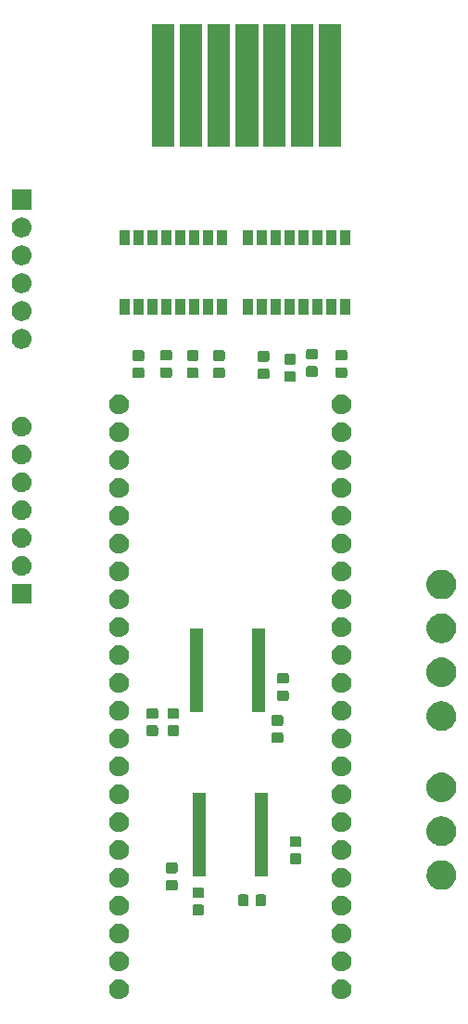
<source format=gbs>
%TF.GenerationSoftware,KiCad,Pcbnew,5.0.2+dfsg1-1*%
%TF.CreationDate,2021-12-28T09:45:32+01:00*%
%TF.ProjectId,GbSwitchFp,47625377-6974-4636-9846-702e6b696361,rev?*%
%TF.SameCoordinates,Original*%
%TF.FileFunction,Soldermask,Bot*%
%TF.FilePolarity,Negative*%
%FSLAX46Y46*%
G04 Gerber Fmt 4.6, Leading zero omitted, Abs format (unit mm)*
G04 Created by KiCad (PCBNEW 5.0.2+dfsg1-1) date Tue 28 Dec 2021 09:45:32 AM CET*
%MOMM*%
%LPD*%
G01*
G04 APERTURE LIST*
%ADD10C,0.100000*%
G04 APERTURE END LIST*
D10*
G36*
X139454812Y-138579624D02*
X139618784Y-138647544D01*
X139766354Y-138746147D01*
X139891853Y-138871646D01*
X139990456Y-139019216D01*
X140058376Y-139183188D01*
X140093000Y-139357259D01*
X140093000Y-139534741D01*
X140058376Y-139708812D01*
X139990456Y-139872784D01*
X139891853Y-140020354D01*
X139766354Y-140145853D01*
X139618784Y-140244456D01*
X139454812Y-140312376D01*
X139280741Y-140347000D01*
X139103259Y-140347000D01*
X138929188Y-140312376D01*
X138765216Y-140244456D01*
X138617646Y-140145853D01*
X138492147Y-140020354D01*
X138393544Y-139872784D01*
X138325624Y-139708812D01*
X138291000Y-139534741D01*
X138291000Y-139357259D01*
X138325624Y-139183188D01*
X138393544Y-139019216D01*
X138492147Y-138871646D01*
X138617646Y-138746147D01*
X138765216Y-138647544D01*
X138929188Y-138579624D01*
X139103259Y-138545000D01*
X139280741Y-138545000D01*
X139454812Y-138579624D01*
X139454812Y-138579624D01*
G37*
G36*
X119134812Y-138579624D02*
X119298784Y-138647544D01*
X119446354Y-138746147D01*
X119571853Y-138871646D01*
X119670456Y-139019216D01*
X119738376Y-139183188D01*
X119773000Y-139357259D01*
X119773000Y-139534741D01*
X119738376Y-139708812D01*
X119670456Y-139872784D01*
X119571853Y-140020354D01*
X119446354Y-140145853D01*
X119298784Y-140244456D01*
X119134812Y-140312376D01*
X118960741Y-140347000D01*
X118783259Y-140347000D01*
X118609188Y-140312376D01*
X118445216Y-140244456D01*
X118297646Y-140145853D01*
X118172147Y-140020354D01*
X118073544Y-139872784D01*
X118005624Y-139708812D01*
X117971000Y-139534741D01*
X117971000Y-139357259D01*
X118005624Y-139183188D01*
X118073544Y-139019216D01*
X118172147Y-138871646D01*
X118297646Y-138746147D01*
X118445216Y-138647544D01*
X118609188Y-138579624D01*
X118783259Y-138545000D01*
X118960741Y-138545000D01*
X119134812Y-138579624D01*
X119134812Y-138579624D01*
G37*
G36*
X119134812Y-136039624D02*
X119298784Y-136107544D01*
X119446354Y-136206147D01*
X119571853Y-136331646D01*
X119670456Y-136479216D01*
X119738376Y-136643188D01*
X119773000Y-136817259D01*
X119773000Y-136994741D01*
X119738376Y-137168812D01*
X119670456Y-137332784D01*
X119571853Y-137480354D01*
X119446354Y-137605853D01*
X119298784Y-137704456D01*
X119134812Y-137772376D01*
X118960741Y-137807000D01*
X118783259Y-137807000D01*
X118609188Y-137772376D01*
X118445216Y-137704456D01*
X118297646Y-137605853D01*
X118172147Y-137480354D01*
X118073544Y-137332784D01*
X118005624Y-137168812D01*
X117971000Y-136994741D01*
X117971000Y-136817259D01*
X118005624Y-136643188D01*
X118073544Y-136479216D01*
X118172147Y-136331646D01*
X118297646Y-136206147D01*
X118445216Y-136107544D01*
X118609188Y-136039624D01*
X118783259Y-136005000D01*
X118960741Y-136005000D01*
X119134812Y-136039624D01*
X119134812Y-136039624D01*
G37*
G36*
X139454812Y-136039624D02*
X139618784Y-136107544D01*
X139766354Y-136206147D01*
X139891853Y-136331646D01*
X139990456Y-136479216D01*
X140058376Y-136643188D01*
X140093000Y-136817259D01*
X140093000Y-136994741D01*
X140058376Y-137168812D01*
X139990456Y-137332784D01*
X139891853Y-137480354D01*
X139766354Y-137605853D01*
X139618784Y-137704456D01*
X139454812Y-137772376D01*
X139280741Y-137807000D01*
X139103259Y-137807000D01*
X138929188Y-137772376D01*
X138765216Y-137704456D01*
X138617646Y-137605853D01*
X138492147Y-137480354D01*
X138393544Y-137332784D01*
X138325624Y-137168812D01*
X138291000Y-136994741D01*
X138291000Y-136817259D01*
X138325624Y-136643188D01*
X138393544Y-136479216D01*
X138492147Y-136331646D01*
X138617646Y-136206147D01*
X138765216Y-136107544D01*
X138929188Y-136039624D01*
X139103259Y-136005000D01*
X139280741Y-136005000D01*
X139454812Y-136039624D01*
X139454812Y-136039624D01*
G37*
G36*
X139454812Y-133499624D02*
X139618784Y-133567544D01*
X139766354Y-133666147D01*
X139891853Y-133791646D01*
X139990456Y-133939216D01*
X140058376Y-134103188D01*
X140093000Y-134277259D01*
X140093000Y-134454741D01*
X140058376Y-134628812D01*
X139990456Y-134792784D01*
X139891853Y-134940354D01*
X139766354Y-135065853D01*
X139618784Y-135164456D01*
X139454812Y-135232376D01*
X139280741Y-135267000D01*
X139103259Y-135267000D01*
X138929188Y-135232376D01*
X138765216Y-135164456D01*
X138617646Y-135065853D01*
X138492147Y-134940354D01*
X138393544Y-134792784D01*
X138325624Y-134628812D01*
X138291000Y-134454741D01*
X138291000Y-134277259D01*
X138325624Y-134103188D01*
X138393544Y-133939216D01*
X138492147Y-133791646D01*
X138617646Y-133666147D01*
X138765216Y-133567544D01*
X138929188Y-133499624D01*
X139103259Y-133465000D01*
X139280741Y-133465000D01*
X139454812Y-133499624D01*
X139454812Y-133499624D01*
G37*
G36*
X119134812Y-133499624D02*
X119298784Y-133567544D01*
X119446354Y-133666147D01*
X119571853Y-133791646D01*
X119670456Y-133939216D01*
X119738376Y-134103188D01*
X119773000Y-134277259D01*
X119773000Y-134454741D01*
X119738376Y-134628812D01*
X119670456Y-134792784D01*
X119571853Y-134940354D01*
X119446354Y-135065853D01*
X119298784Y-135164456D01*
X119134812Y-135232376D01*
X118960741Y-135267000D01*
X118783259Y-135267000D01*
X118609188Y-135232376D01*
X118445216Y-135164456D01*
X118297646Y-135065853D01*
X118172147Y-134940354D01*
X118073544Y-134792784D01*
X118005624Y-134628812D01*
X117971000Y-134454741D01*
X117971000Y-134277259D01*
X118005624Y-134103188D01*
X118073544Y-133939216D01*
X118172147Y-133791646D01*
X118297646Y-133666147D01*
X118445216Y-133567544D01*
X118609188Y-133499624D01*
X118783259Y-133465000D01*
X118960741Y-133465000D01*
X119134812Y-133499624D01*
X119134812Y-133499624D01*
G37*
G36*
X139454812Y-130959624D02*
X139618784Y-131027544D01*
X139766354Y-131126147D01*
X139891853Y-131251646D01*
X139990456Y-131399216D01*
X140058376Y-131563188D01*
X140093000Y-131737259D01*
X140093000Y-131914741D01*
X140058376Y-132088812D01*
X139990456Y-132252784D01*
X139891853Y-132400354D01*
X139766354Y-132525853D01*
X139618784Y-132624456D01*
X139454812Y-132692376D01*
X139280741Y-132727000D01*
X139103259Y-132727000D01*
X138929188Y-132692376D01*
X138765216Y-132624456D01*
X138617646Y-132525853D01*
X138492147Y-132400354D01*
X138393544Y-132252784D01*
X138325624Y-132088812D01*
X138291000Y-131914741D01*
X138291000Y-131737259D01*
X138325624Y-131563188D01*
X138393544Y-131399216D01*
X138492147Y-131251646D01*
X138617646Y-131126147D01*
X138765216Y-131027544D01*
X138929188Y-130959624D01*
X139103259Y-130925000D01*
X139280741Y-130925000D01*
X139454812Y-130959624D01*
X139454812Y-130959624D01*
G37*
G36*
X119134812Y-130959624D02*
X119298784Y-131027544D01*
X119446354Y-131126147D01*
X119571853Y-131251646D01*
X119670456Y-131399216D01*
X119738376Y-131563188D01*
X119773000Y-131737259D01*
X119773000Y-131914741D01*
X119738376Y-132088812D01*
X119670456Y-132252784D01*
X119571853Y-132400354D01*
X119446354Y-132525853D01*
X119298784Y-132624456D01*
X119134812Y-132692376D01*
X118960741Y-132727000D01*
X118783259Y-132727000D01*
X118609188Y-132692376D01*
X118445216Y-132624456D01*
X118297646Y-132525853D01*
X118172147Y-132400354D01*
X118073544Y-132252784D01*
X118005624Y-132088812D01*
X117971000Y-131914741D01*
X117971000Y-131737259D01*
X118005624Y-131563188D01*
X118073544Y-131399216D01*
X118172147Y-131251646D01*
X118297646Y-131126147D01*
X118445216Y-131027544D01*
X118609188Y-130959624D01*
X118783259Y-130925000D01*
X118960741Y-130925000D01*
X119134812Y-130959624D01*
X119134812Y-130959624D01*
G37*
G36*
X126490591Y-131738585D02*
X126524569Y-131748893D01*
X126555887Y-131765633D01*
X126583339Y-131788161D01*
X126605867Y-131815613D01*
X126622607Y-131846931D01*
X126632915Y-131880909D01*
X126637000Y-131922390D01*
X126637000Y-132523610D01*
X126632915Y-132565091D01*
X126622607Y-132599069D01*
X126605867Y-132630387D01*
X126583339Y-132657839D01*
X126555887Y-132680367D01*
X126524569Y-132697107D01*
X126490591Y-132707415D01*
X126449110Y-132711500D01*
X125772890Y-132711500D01*
X125731409Y-132707415D01*
X125697431Y-132697107D01*
X125666113Y-132680367D01*
X125638661Y-132657839D01*
X125616133Y-132630387D01*
X125599393Y-132599069D01*
X125589085Y-132565091D01*
X125585000Y-132523610D01*
X125585000Y-131922390D01*
X125589085Y-131880909D01*
X125599393Y-131846931D01*
X125616133Y-131815613D01*
X125638661Y-131788161D01*
X125666113Y-131765633D01*
X125697431Y-131748893D01*
X125731409Y-131738585D01*
X125772890Y-131734500D01*
X126449110Y-131734500D01*
X126490591Y-131738585D01*
X126490591Y-131738585D01*
G37*
G36*
X130593091Y-130812085D02*
X130627069Y-130822393D01*
X130658387Y-130839133D01*
X130685839Y-130861661D01*
X130708367Y-130889113D01*
X130725107Y-130920431D01*
X130735415Y-130954409D01*
X130739500Y-130995890D01*
X130739500Y-131672110D01*
X130735415Y-131713591D01*
X130725107Y-131747569D01*
X130708367Y-131778887D01*
X130685839Y-131806339D01*
X130658387Y-131828867D01*
X130627069Y-131845607D01*
X130593091Y-131855915D01*
X130551610Y-131860000D01*
X129950390Y-131860000D01*
X129908909Y-131855915D01*
X129874931Y-131845607D01*
X129843613Y-131828867D01*
X129816161Y-131806339D01*
X129793633Y-131778887D01*
X129776893Y-131747569D01*
X129766585Y-131713591D01*
X129762500Y-131672110D01*
X129762500Y-130995890D01*
X129766585Y-130954409D01*
X129776893Y-130920431D01*
X129793633Y-130889113D01*
X129816161Y-130861661D01*
X129843613Y-130839133D01*
X129874931Y-130822393D01*
X129908909Y-130812085D01*
X129950390Y-130808000D01*
X130551610Y-130808000D01*
X130593091Y-130812085D01*
X130593091Y-130812085D01*
G37*
G36*
X132168091Y-130812085D02*
X132202069Y-130822393D01*
X132233387Y-130839133D01*
X132260839Y-130861661D01*
X132283367Y-130889113D01*
X132300107Y-130920431D01*
X132310415Y-130954409D01*
X132314500Y-130995890D01*
X132314500Y-131672110D01*
X132310415Y-131713591D01*
X132300107Y-131747569D01*
X132283367Y-131778887D01*
X132260839Y-131806339D01*
X132233387Y-131828867D01*
X132202069Y-131845607D01*
X132168091Y-131855915D01*
X132126610Y-131860000D01*
X131525390Y-131860000D01*
X131483909Y-131855915D01*
X131449931Y-131845607D01*
X131418613Y-131828867D01*
X131391161Y-131806339D01*
X131368633Y-131778887D01*
X131351893Y-131747569D01*
X131341585Y-131713591D01*
X131337500Y-131672110D01*
X131337500Y-130995890D01*
X131341585Y-130954409D01*
X131351893Y-130920431D01*
X131368633Y-130889113D01*
X131391161Y-130861661D01*
X131418613Y-130839133D01*
X131449931Y-130822393D01*
X131483909Y-130812085D01*
X131525390Y-130808000D01*
X132126610Y-130808000D01*
X132168091Y-130812085D01*
X132168091Y-130812085D01*
G37*
G36*
X126490591Y-130163585D02*
X126524569Y-130173893D01*
X126555887Y-130190633D01*
X126583339Y-130213161D01*
X126605867Y-130240613D01*
X126622607Y-130271931D01*
X126632915Y-130305909D01*
X126637000Y-130347390D01*
X126637000Y-130948610D01*
X126632915Y-130990091D01*
X126622607Y-131024069D01*
X126605867Y-131055387D01*
X126583339Y-131082839D01*
X126555887Y-131105367D01*
X126524569Y-131122107D01*
X126490591Y-131132415D01*
X126449110Y-131136500D01*
X125772890Y-131136500D01*
X125731409Y-131132415D01*
X125697431Y-131122107D01*
X125666113Y-131105367D01*
X125638661Y-131082839D01*
X125616133Y-131055387D01*
X125599393Y-131024069D01*
X125589085Y-130990091D01*
X125585000Y-130948610D01*
X125585000Y-130347390D01*
X125589085Y-130305909D01*
X125599393Y-130271931D01*
X125616133Y-130240613D01*
X125638661Y-130213161D01*
X125666113Y-130190633D01*
X125697431Y-130173893D01*
X125731409Y-130163585D01*
X125772890Y-130159500D01*
X126449110Y-130159500D01*
X126490591Y-130163585D01*
X126490591Y-130163585D01*
G37*
G36*
X124077591Y-129478085D02*
X124111569Y-129488393D01*
X124142887Y-129505133D01*
X124170339Y-129527661D01*
X124192867Y-129555113D01*
X124209607Y-129586431D01*
X124219915Y-129620409D01*
X124224000Y-129661890D01*
X124224000Y-130263110D01*
X124219915Y-130304591D01*
X124209607Y-130338569D01*
X124192867Y-130369887D01*
X124170339Y-130397339D01*
X124142887Y-130419867D01*
X124111569Y-130436607D01*
X124077591Y-130446915D01*
X124036110Y-130451000D01*
X123359890Y-130451000D01*
X123318409Y-130446915D01*
X123284431Y-130436607D01*
X123253113Y-130419867D01*
X123225661Y-130397339D01*
X123203133Y-130369887D01*
X123186393Y-130338569D01*
X123176085Y-130304591D01*
X123172000Y-130263110D01*
X123172000Y-129661890D01*
X123176085Y-129620409D01*
X123186393Y-129586431D01*
X123203133Y-129555113D01*
X123225661Y-129527661D01*
X123253113Y-129505133D01*
X123284431Y-129488393D01*
X123318409Y-129478085D01*
X123359890Y-129474000D01*
X124036110Y-129474000D01*
X124077591Y-129478085D01*
X124077591Y-129478085D01*
G37*
G36*
X148599567Y-127705959D02*
X148730072Y-127731918D01*
X148975939Y-127833759D01*
X149174540Y-127966461D01*
X149197215Y-127981612D01*
X149385388Y-128169785D01*
X149385390Y-128169788D01*
X149533241Y-128391061D01*
X149614049Y-128586150D01*
X149635082Y-128636929D01*
X149671963Y-128822339D01*
X149687000Y-128897938D01*
X149687000Y-129164062D01*
X149635082Y-129425072D01*
X149533241Y-129670939D01*
X149406677Y-129860354D01*
X149385388Y-129892215D01*
X149197215Y-130080388D01*
X149197212Y-130080390D01*
X148975939Y-130228241D01*
X148730072Y-130330082D01*
X148599567Y-130356041D01*
X148469063Y-130382000D01*
X148202937Y-130382000D01*
X148072433Y-130356041D01*
X147941928Y-130330082D01*
X147696061Y-130228241D01*
X147474788Y-130080390D01*
X147474785Y-130080388D01*
X147286612Y-129892215D01*
X147265323Y-129860354D01*
X147138759Y-129670939D01*
X147036918Y-129425072D01*
X146985000Y-129164062D01*
X146985000Y-128897938D01*
X147000038Y-128822339D01*
X147036918Y-128636929D01*
X147057951Y-128586150D01*
X147138759Y-128391061D01*
X147286610Y-128169788D01*
X147286612Y-128169785D01*
X147474785Y-127981612D01*
X147497460Y-127966461D01*
X147696061Y-127833759D01*
X147941928Y-127731918D01*
X148072433Y-127705959D01*
X148202937Y-127680000D01*
X148469063Y-127680000D01*
X148599567Y-127705959D01*
X148599567Y-127705959D01*
G37*
G36*
X139454812Y-128419624D02*
X139618784Y-128487544D01*
X139766354Y-128586147D01*
X139891853Y-128711646D01*
X139990456Y-128859216D01*
X140058376Y-129023188D01*
X140093000Y-129197259D01*
X140093000Y-129374741D01*
X140058376Y-129548812D01*
X139990456Y-129712784D01*
X139891853Y-129860354D01*
X139766354Y-129985853D01*
X139618784Y-130084456D01*
X139454812Y-130152376D01*
X139280741Y-130187000D01*
X139103259Y-130187000D01*
X138929188Y-130152376D01*
X138765216Y-130084456D01*
X138617646Y-129985853D01*
X138492147Y-129860354D01*
X138393544Y-129712784D01*
X138325624Y-129548812D01*
X138291000Y-129374741D01*
X138291000Y-129197259D01*
X138325624Y-129023188D01*
X138393544Y-128859216D01*
X138492147Y-128711646D01*
X138617646Y-128586147D01*
X138765216Y-128487544D01*
X138929188Y-128419624D01*
X139103259Y-128385000D01*
X139280741Y-128385000D01*
X139454812Y-128419624D01*
X139454812Y-128419624D01*
G37*
G36*
X119134812Y-128419624D02*
X119298784Y-128487544D01*
X119446354Y-128586147D01*
X119571853Y-128711646D01*
X119670456Y-128859216D01*
X119738376Y-129023188D01*
X119773000Y-129197259D01*
X119773000Y-129374741D01*
X119738376Y-129548812D01*
X119670456Y-129712784D01*
X119571853Y-129860354D01*
X119446354Y-129985853D01*
X119298784Y-130084456D01*
X119134812Y-130152376D01*
X118960741Y-130187000D01*
X118783259Y-130187000D01*
X118609188Y-130152376D01*
X118445216Y-130084456D01*
X118297646Y-129985853D01*
X118172147Y-129860354D01*
X118073544Y-129712784D01*
X118005624Y-129548812D01*
X117971000Y-129374741D01*
X117971000Y-129197259D01*
X118005624Y-129023188D01*
X118073544Y-128859216D01*
X118172147Y-128711646D01*
X118297646Y-128586147D01*
X118445216Y-128487544D01*
X118609188Y-128419624D01*
X118783259Y-128385000D01*
X118960741Y-128385000D01*
X119134812Y-128419624D01*
X119134812Y-128419624D01*
G37*
G36*
X132483000Y-129191000D02*
X131281000Y-129191000D01*
X131281000Y-121539000D01*
X132483000Y-121539000D01*
X132483000Y-129191000D01*
X132483000Y-129191000D01*
G37*
G36*
X126783000Y-129191000D02*
X125581000Y-129191000D01*
X125581000Y-121539000D01*
X126783000Y-121539000D01*
X126783000Y-129191000D01*
X126783000Y-129191000D01*
G37*
G36*
X124077591Y-127903085D02*
X124111569Y-127913393D01*
X124142887Y-127930133D01*
X124170339Y-127952661D01*
X124192867Y-127980113D01*
X124209607Y-128011431D01*
X124219915Y-128045409D01*
X124224000Y-128086890D01*
X124224000Y-128688110D01*
X124219915Y-128729591D01*
X124209607Y-128763569D01*
X124192867Y-128794887D01*
X124170339Y-128822339D01*
X124142887Y-128844867D01*
X124111569Y-128861607D01*
X124077591Y-128871915D01*
X124036110Y-128876000D01*
X123359890Y-128876000D01*
X123318409Y-128871915D01*
X123284431Y-128861607D01*
X123253113Y-128844867D01*
X123225661Y-128822339D01*
X123203133Y-128794887D01*
X123186393Y-128763569D01*
X123176085Y-128729591D01*
X123172000Y-128688110D01*
X123172000Y-128086890D01*
X123176085Y-128045409D01*
X123186393Y-128011431D01*
X123203133Y-127980113D01*
X123225661Y-127952661D01*
X123253113Y-127930133D01*
X123284431Y-127913393D01*
X123318409Y-127903085D01*
X123359890Y-127899000D01*
X124036110Y-127899000D01*
X124077591Y-127903085D01*
X124077591Y-127903085D01*
G37*
G36*
X135380591Y-127065085D02*
X135414569Y-127075393D01*
X135445887Y-127092133D01*
X135473339Y-127114661D01*
X135495867Y-127142113D01*
X135512607Y-127173431D01*
X135522915Y-127207409D01*
X135527000Y-127248890D01*
X135527000Y-127850110D01*
X135522915Y-127891591D01*
X135512607Y-127925569D01*
X135495867Y-127956887D01*
X135473339Y-127984339D01*
X135445887Y-128006867D01*
X135414569Y-128023607D01*
X135380591Y-128033915D01*
X135339110Y-128038000D01*
X134662890Y-128038000D01*
X134621409Y-128033915D01*
X134587431Y-128023607D01*
X134556113Y-128006867D01*
X134528661Y-127984339D01*
X134506133Y-127956887D01*
X134489393Y-127925569D01*
X134479085Y-127891591D01*
X134475000Y-127850110D01*
X134475000Y-127248890D01*
X134479085Y-127207409D01*
X134489393Y-127173431D01*
X134506133Y-127142113D01*
X134528661Y-127114661D01*
X134556113Y-127092133D01*
X134587431Y-127075393D01*
X134621409Y-127065085D01*
X134662890Y-127061000D01*
X135339110Y-127061000D01*
X135380591Y-127065085D01*
X135380591Y-127065085D01*
G37*
G36*
X119134812Y-125879624D02*
X119298784Y-125947544D01*
X119446354Y-126046147D01*
X119571853Y-126171646D01*
X119670456Y-126319216D01*
X119738376Y-126483188D01*
X119773000Y-126657259D01*
X119773000Y-126834741D01*
X119738376Y-127008812D01*
X119670456Y-127172784D01*
X119571853Y-127320354D01*
X119446354Y-127445853D01*
X119298784Y-127544456D01*
X119134812Y-127612376D01*
X118960741Y-127647000D01*
X118783259Y-127647000D01*
X118609188Y-127612376D01*
X118445216Y-127544456D01*
X118297646Y-127445853D01*
X118172147Y-127320354D01*
X118073544Y-127172784D01*
X118005624Y-127008812D01*
X117971000Y-126834741D01*
X117971000Y-126657259D01*
X118005624Y-126483188D01*
X118073544Y-126319216D01*
X118172147Y-126171646D01*
X118297646Y-126046147D01*
X118445216Y-125947544D01*
X118609188Y-125879624D01*
X118783259Y-125845000D01*
X118960741Y-125845000D01*
X119134812Y-125879624D01*
X119134812Y-125879624D01*
G37*
G36*
X139454812Y-125879624D02*
X139618784Y-125947544D01*
X139766354Y-126046147D01*
X139891853Y-126171646D01*
X139990456Y-126319216D01*
X140058376Y-126483188D01*
X140093000Y-126657259D01*
X140093000Y-126834741D01*
X140058376Y-127008812D01*
X139990456Y-127172784D01*
X139891853Y-127320354D01*
X139766354Y-127445853D01*
X139618784Y-127544456D01*
X139454812Y-127612376D01*
X139280741Y-127647000D01*
X139103259Y-127647000D01*
X138929188Y-127612376D01*
X138765216Y-127544456D01*
X138617646Y-127445853D01*
X138492147Y-127320354D01*
X138393544Y-127172784D01*
X138325624Y-127008812D01*
X138291000Y-126834741D01*
X138291000Y-126657259D01*
X138325624Y-126483188D01*
X138393544Y-126319216D01*
X138492147Y-126171646D01*
X138617646Y-126046147D01*
X138765216Y-125947544D01*
X138929188Y-125879624D01*
X139103259Y-125845000D01*
X139280741Y-125845000D01*
X139454812Y-125879624D01*
X139454812Y-125879624D01*
G37*
G36*
X135380591Y-125490085D02*
X135414569Y-125500393D01*
X135445887Y-125517133D01*
X135473339Y-125539661D01*
X135495867Y-125567113D01*
X135512607Y-125598431D01*
X135522915Y-125632409D01*
X135527000Y-125673890D01*
X135527000Y-126275110D01*
X135522915Y-126316591D01*
X135512607Y-126350569D01*
X135495867Y-126381887D01*
X135473339Y-126409339D01*
X135445887Y-126431867D01*
X135414569Y-126448607D01*
X135380591Y-126458915D01*
X135339110Y-126463000D01*
X134662890Y-126463000D01*
X134621409Y-126458915D01*
X134587431Y-126448607D01*
X134556113Y-126431867D01*
X134528661Y-126409339D01*
X134506133Y-126381887D01*
X134489393Y-126350569D01*
X134479085Y-126316591D01*
X134475000Y-126275110D01*
X134475000Y-125673890D01*
X134479085Y-125632409D01*
X134489393Y-125598431D01*
X134506133Y-125567113D01*
X134528661Y-125539661D01*
X134556113Y-125517133D01*
X134587431Y-125500393D01*
X134621409Y-125490085D01*
X134662890Y-125486000D01*
X135339110Y-125486000D01*
X135380591Y-125490085D01*
X135380591Y-125490085D01*
G37*
G36*
X148599567Y-123705959D02*
X148730072Y-123731918D01*
X148975939Y-123833759D01*
X149196464Y-123981110D01*
X149197215Y-123981612D01*
X149385388Y-124169785D01*
X149385390Y-124169788D01*
X149533241Y-124391061D01*
X149635082Y-124636928D01*
X149687000Y-124897938D01*
X149687000Y-125164062D01*
X149635082Y-125425072D01*
X149533241Y-125670939D01*
X149416936Y-125845000D01*
X149385388Y-125892215D01*
X149197215Y-126080388D01*
X149197212Y-126080390D01*
X148975939Y-126228241D01*
X148730072Y-126330082D01*
X148607576Y-126354448D01*
X148469063Y-126382000D01*
X148202937Y-126382000D01*
X148064424Y-126354448D01*
X147941928Y-126330082D01*
X147696061Y-126228241D01*
X147474788Y-126080390D01*
X147474785Y-126080388D01*
X147286612Y-125892215D01*
X147255064Y-125845000D01*
X147138759Y-125670939D01*
X147036918Y-125425072D01*
X146985000Y-125164062D01*
X146985000Y-124897938D01*
X147036918Y-124636928D01*
X147138759Y-124391061D01*
X147286610Y-124169788D01*
X147286612Y-124169785D01*
X147474785Y-123981612D01*
X147475536Y-123981110D01*
X147696061Y-123833759D01*
X147941928Y-123731918D01*
X148072433Y-123705959D01*
X148202937Y-123680000D01*
X148469063Y-123680000D01*
X148599567Y-123705959D01*
X148599567Y-123705959D01*
G37*
G36*
X119134812Y-123339624D02*
X119298784Y-123407544D01*
X119446354Y-123506147D01*
X119571853Y-123631646D01*
X119670456Y-123779216D01*
X119738376Y-123943188D01*
X119773000Y-124117259D01*
X119773000Y-124294741D01*
X119738376Y-124468812D01*
X119670456Y-124632784D01*
X119571853Y-124780354D01*
X119446354Y-124905853D01*
X119298784Y-125004456D01*
X119134812Y-125072376D01*
X118960741Y-125107000D01*
X118783259Y-125107000D01*
X118609188Y-125072376D01*
X118445216Y-125004456D01*
X118297646Y-124905853D01*
X118172147Y-124780354D01*
X118073544Y-124632784D01*
X118005624Y-124468812D01*
X117971000Y-124294741D01*
X117971000Y-124117259D01*
X118005624Y-123943188D01*
X118073544Y-123779216D01*
X118172147Y-123631646D01*
X118297646Y-123506147D01*
X118445216Y-123407544D01*
X118609188Y-123339624D01*
X118783259Y-123305000D01*
X118960741Y-123305000D01*
X119134812Y-123339624D01*
X119134812Y-123339624D01*
G37*
G36*
X139454812Y-123339624D02*
X139618784Y-123407544D01*
X139766354Y-123506147D01*
X139891853Y-123631646D01*
X139990456Y-123779216D01*
X140058376Y-123943188D01*
X140093000Y-124117259D01*
X140093000Y-124294741D01*
X140058376Y-124468812D01*
X139990456Y-124632784D01*
X139891853Y-124780354D01*
X139766354Y-124905853D01*
X139618784Y-125004456D01*
X139454812Y-125072376D01*
X139280741Y-125107000D01*
X139103259Y-125107000D01*
X138929188Y-125072376D01*
X138765216Y-125004456D01*
X138617646Y-124905853D01*
X138492147Y-124780354D01*
X138393544Y-124632784D01*
X138325624Y-124468812D01*
X138291000Y-124294741D01*
X138291000Y-124117259D01*
X138325624Y-123943188D01*
X138393544Y-123779216D01*
X138492147Y-123631646D01*
X138617646Y-123506147D01*
X138765216Y-123407544D01*
X138929188Y-123339624D01*
X139103259Y-123305000D01*
X139280741Y-123305000D01*
X139454812Y-123339624D01*
X139454812Y-123339624D01*
G37*
G36*
X139454812Y-120799624D02*
X139618784Y-120867544D01*
X139766354Y-120966147D01*
X139891853Y-121091646D01*
X139990456Y-121239216D01*
X140058376Y-121403188D01*
X140093000Y-121577259D01*
X140093000Y-121754741D01*
X140058376Y-121928812D01*
X139990456Y-122092784D01*
X139891853Y-122240354D01*
X139766354Y-122365853D01*
X139618784Y-122464456D01*
X139454812Y-122532376D01*
X139280741Y-122567000D01*
X139103259Y-122567000D01*
X138929188Y-122532376D01*
X138765216Y-122464456D01*
X138617646Y-122365853D01*
X138492147Y-122240354D01*
X138393544Y-122092784D01*
X138325624Y-121928812D01*
X138291000Y-121754741D01*
X138291000Y-121577259D01*
X138325624Y-121403188D01*
X138393544Y-121239216D01*
X138492147Y-121091646D01*
X138617646Y-120966147D01*
X138765216Y-120867544D01*
X138929188Y-120799624D01*
X139103259Y-120765000D01*
X139280741Y-120765000D01*
X139454812Y-120799624D01*
X139454812Y-120799624D01*
G37*
G36*
X119134812Y-120799624D02*
X119298784Y-120867544D01*
X119446354Y-120966147D01*
X119571853Y-121091646D01*
X119670456Y-121239216D01*
X119738376Y-121403188D01*
X119773000Y-121577259D01*
X119773000Y-121754741D01*
X119738376Y-121928812D01*
X119670456Y-122092784D01*
X119571853Y-122240354D01*
X119446354Y-122365853D01*
X119298784Y-122464456D01*
X119134812Y-122532376D01*
X118960741Y-122567000D01*
X118783259Y-122567000D01*
X118609188Y-122532376D01*
X118445216Y-122464456D01*
X118297646Y-122365853D01*
X118172147Y-122240354D01*
X118073544Y-122092784D01*
X118005624Y-121928812D01*
X117971000Y-121754741D01*
X117971000Y-121577259D01*
X118005624Y-121403188D01*
X118073544Y-121239216D01*
X118172147Y-121091646D01*
X118297646Y-120966147D01*
X118445216Y-120867544D01*
X118609188Y-120799624D01*
X118783259Y-120765000D01*
X118960741Y-120765000D01*
X119134812Y-120799624D01*
X119134812Y-120799624D01*
G37*
G36*
X148571389Y-119700354D02*
X148730072Y-119731918D01*
X148975939Y-119833759D01*
X149196464Y-119981110D01*
X149197215Y-119981612D01*
X149385388Y-120169785D01*
X149385390Y-120169788D01*
X149533241Y-120391061D01*
X149635082Y-120636928D01*
X149687000Y-120897938D01*
X149687000Y-121164062D01*
X149635082Y-121425072D01*
X149533241Y-121670939D01*
X149385890Y-121891464D01*
X149385388Y-121892215D01*
X149197215Y-122080388D01*
X149197212Y-122080390D01*
X148975939Y-122228241D01*
X148730072Y-122330082D01*
X148599567Y-122356041D01*
X148469063Y-122382000D01*
X148202937Y-122382000D01*
X148072433Y-122356041D01*
X147941928Y-122330082D01*
X147696061Y-122228241D01*
X147474788Y-122080390D01*
X147474785Y-122080388D01*
X147286612Y-121892215D01*
X147286110Y-121891464D01*
X147138759Y-121670939D01*
X147036918Y-121425072D01*
X146985000Y-121164062D01*
X146985000Y-120897938D01*
X147036918Y-120636928D01*
X147138759Y-120391061D01*
X147286610Y-120169788D01*
X147286612Y-120169785D01*
X147474785Y-119981612D01*
X147475536Y-119981110D01*
X147696061Y-119833759D01*
X147941928Y-119731918D01*
X148100611Y-119700354D01*
X148202937Y-119680000D01*
X148469063Y-119680000D01*
X148571389Y-119700354D01*
X148571389Y-119700354D01*
G37*
G36*
X119134812Y-118259624D02*
X119298784Y-118327544D01*
X119446354Y-118426147D01*
X119571853Y-118551646D01*
X119670456Y-118699216D01*
X119738376Y-118863188D01*
X119773000Y-119037259D01*
X119773000Y-119214741D01*
X119738376Y-119388812D01*
X119670456Y-119552784D01*
X119571853Y-119700354D01*
X119446354Y-119825853D01*
X119298784Y-119924456D01*
X119134812Y-119992376D01*
X118960741Y-120027000D01*
X118783259Y-120027000D01*
X118609188Y-119992376D01*
X118445216Y-119924456D01*
X118297646Y-119825853D01*
X118172147Y-119700354D01*
X118073544Y-119552784D01*
X118005624Y-119388812D01*
X117971000Y-119214741D01*
X117971000Y-119037259D01*
X118005624Y-118863188D01*
X118073544Y-118699216D01*
X118172147Y-118551646D01*
X118297646Y-118426147D01*
X118445216Y-118327544D01*
X118609188Y-118259624D01*
X118783259Y-118225000D01*
X118960741Y-118225000D01*
X119134812Y-118259624D01*
X119134812Y-118259624D01*
G37*
G36*
X139454812Y-118259624D02*
X139618784Y-118327544D01*
X139766354Y-118426147D01*
X139891853Y-118551646D01*
X139990456Y-118699216D01*
X140058376Y-118863188D01*
X140093000Y-119037259D01*
X140093000Y-119214741D01*
X140058376Y-119388812D01*
X139990456Y-119552784D01*
X139891853Y-119700354D01*
X139766354Y-119825853D01*
X139618784Y-119924456D01*
X139454812Y-119992376D01*
X139280741Y-120027000D01*
X139103259Y-120027000D01*
X138929188Y-119992376D01*
X138765216Y-119924456D01*
X138617646Y-119825853D01*
X138492147Y-119700354D01*
X138393544Y-119552784D01*
X138325624Y-119388812D01*
X138291000Y-119214741D01*
X138291000Y-119037259D01*
X138325624Y-118863188D01*
X138393544Y-118699216D01*
X138492147Y-118551646D01*
X138617646Y-118426147D01*
X138765216Y-118327544D01*
X138929188Y-118259624D01*
X139103259Y-118225000D01*
X139280741Y-118225000D01*
X139454812Y-118259624D01*
X139454812Y-118259624D01*
G37*
G36*
X139454812Y-115719624D02*
X139618784Y-115787544D01*
X139766354Y-115886147D01*
X139891853Y-116011646D01*
X139990456Y-116159216D01*
X140058376Y-116323188D01*
X140093000Y-116497259D01*
X140093000Y-116674741D01*
X140058376Y-116848812D01*
X139990456Y-117012784D01*
X139891853Y-117160354D01*
X139766354Y-117285853D01*
X139618784Y-117384456D01*
X139454812Y-117452376D01*
X139280741Y-117487000D01*
X139103259Y-117487000D01*
X138929188Y-117452376D01*
X138765216Y-117384456D01*
X138617646Y-117285853D01*
X138492147Y-117160354D01*
X138393544Y-117012784D01*
X138325624Y-116848812D01*
X138291000Y-116674741D01*
X138291000Y-116497259D01*
X138325624Y-116323188D01*
X138393544Y-116159216D01*
X138492147Y-116011646D01*
X138617646Y-115886147D01*
X138765216Y-115787544D01*
X138929188Y-115719624D01*
X139103259Y-115685000D01*
X139280741Y-115685000D01*
X139454812Y-115719624D01*
X139454812Y-115719624D01*
G37*
G36*
X119134812Y-115719624D02*
X119298784Y-115787544D01*
X119446354Y-115886147D01*
X119571853Y-116011646D01*
X119670456Y-116159216D01*
X119738376Y-116323188D01*
X119773000Y-116497259D01*
X119773000Y-116674741D01*
X119738376Y-116848812D01*
X119670456Y-117012784D01*
X119571853Y-117160354D01*
X119446354Y-117285853D01*
X119298784Y-117384456D01*
X119134812Y-117452376D01*
X118960741Y-117487000D01*
X118783259Y-117487000D01*
X118609188Y-117452376D01*
X118445216Y-117384456D01*
X118297646Y-117285853D01*
X118172147Y-117160354D01*
X118073544Y-117012784D01*
X118005624Y-116848812D01*
X117971000Y-116674741D01*
X117971000Y-116497259D01*
X118005624Y-116323188D01*
X118073544Y-116159216D01*
X118172147Y-116011646D01*
X118297646Y-115886147D01*
X118445216Y-115787544D01*
X118609188Y-115719624D01*
X118783259Y-115685000D01*
X118960741Y-115685000D01*
X119134812Y-115719624D01*
X119134812Y-115719624D01*
G37*
G36*
X133729591Y-116025585D02*
X133763569Y-116035893D01*
X133794887Y-116052633D01*
X133822339Y-116075161D01*
X133844867Y-116102613D01*
X133861607Y-116133931D01*
X133871915Y-116167909D01*
X133876000Y-116209390D01*
X133876000Y-116810610D01*
X133871915Y-116852091D01*
X133861607Y-116886069D01*
X133844867Y-116917387D01*
X133822339Y-116944839D01*
X133794887Y-116967367D01*
X133763569Y-116984107D01*
X133729591Y-116994415D01*
X133688110Y-116998500D01*
X133011890Y-116998500D01*
X132970409Y-116994415D01*
X132936431Y-116984107D01*
X132905113Y-116967367D01*
X132877661Y-116944839D01*
X132855133Y-116917387D01*
X132838393Y-116886069D01*
X132828085Y-116852091D01*
X132824000Y-116810610D01*
X132824000Y-116209390D01*
X132828085Y-116167909D01*
X132838393Y-116133931D01*
X132855133Y-116102613D01*
X132877661Y-116075161D01*
X132905113Y-116052633D01*
X132936431Y-116035893D01*
X132970409Y-116025585D01*
X133011890Y-116021500D01*
X133688110Y-116021500D01*
X133729591Y-116025585D01*
X133729591Y-116025585D01*
G37*
G36*
X124204591Y-115390585D02*
X124238569Y-115400893D01*
X124269887Y-115417633D01*
X124297339Y-115440161D01*
X124319867Y-115467613D01*
X124336607Y-115498931D01*
X124346915Y-115532909D01*
X124351000Y-115574390D01*
X124351000Y-116175610D01*
X124346915Y-116217091D01*
X124336607Y-116251069D01*
X124319867Y-116282387D01*
X124297339Y-116309839D01*
X124269887Y-116332367D01*
X124238569Y-116349107D01*
X124204591Y-116359415D01*
X124163110Y-116363500D01*
X123486890Y-116363500D01*
X123445409Y-116359415D01*
X123411431Y-116349107D01*
X123380113Y-116332367D01*
X123352661Y-116309839D01*
X123330133Y-116282387D01*
X123313393Y-116251069D01*
X123303085Y-116217091D01*
X123299000Y-116175610D01*
X123299000Y-115574390D01*
X123303085Y-115532909D01*
X123313393Y-115498931D01*
X123330133Y-115467613D01*
X123352661Y-115440161D01*
X123380113Y-115417633D01*
X123411431Y-115400893D01*
X123445409Y-115390585D01*
X123486890Y-115386500D01*
X124163110Y-115386500D01*
X124204591Y-115390585D01*
X124204591Y-115390585D01*
G37*
G36*
X122299591Y-115390585D02*
X122333569Y-115400893D01*
X122364887Y-115417633D01*
X122392339Y-115440161D01*
X122414867Y-115467613D01*
X122431607Y-115498931D01*
X122441915Y-115532909D01*
X122446000Y-115574390D01*
X122446000Y-116175610D01*
X122441915Y-116217091D01*
X122431607Y-116251069D01*
X122414867Y-116282387D01*
X122392339Y-116309839D01*
X122364887Y-116332367D01*
X122333569Y-116349107D01*
X122299591Y-116359415D01*
X122258110Y-116363500D01*
X121581890Y-116363500D01*
X121540409Y-116359415D01*
X121506431Y-116349107D01*
X121475113Y-116332367D01*
X121447661Y-116309839D01*
X121425133Y-116282387D01*
X121408393Y-116251069D01*
X121398085Y-116217091D01*
X121394000Y-116175610D01*
X121394000Y-115574390D01*
X121398085Y-115532909D01*
X121408393Y-115498931D01*
X121425133Y-115467613D01*
X121447661Y-115440161D01*
X121475113Y-115417633D01*
X121506431Y-115400893D01*
X121540409Y-115390585D01*
X121581890Y-115386500D01*
X122258110Y-115386500D01*
X122299591Y-115390585D01*
X122299591Y-115390585D01*
G37*
G36*
X148599567Y-113205959D02*
X148730072Y-113231918D01*
X148975939Y-113333759D01*
X149182295Y-113471643D01*
X149197215Y-113481612D01*
X149385388Y-113669785D01*
X149385390Y-113669788D01*
X149533241Y-113891061D01*
X149601457Y-114055750D01*
X149635082Y-114136929D01*
X149687000Y-114397937D01*
X149687000Y-114664063D01*
X149678382Y-114707387D01*
X149635082Y-114925072D01*
X149533241Y-115170939D01*
X149418682Y-115342387D01*
X149385388Y-115392215D01*
X149197215Y-115580388D01*
X149197212Y-115580390D01*
X148975939Y-115728241D01*
X148730072Y-115830082D01*
X148599567Y-115856041D01*
X148469063Y-115882000D01*
X148202937Y-115882000D01*
X148072433Y-115856041D01*
X147941928Y-115830082D01*
X147696061Y-115728241D01*
X147474788Y-115580390D01*
X147474785Y-115580388D01*
X147286612Y-115392215D01*
X147253318Y-115342387D01*
X147138759Y-115170939D01*
X147036918Y-114925072D01*
X146993618Y-114707387D01*
X146985000Y-114664063D01*
X146985000Y-114397937D01*
X147036918Y-114136929D01*
X147070543Y-114055750D01*
X147138759Y-113891061D01*
X147286610Y-113669788D01*
X147286612Y-113669785D01*
X147474785Y-113481612D01*
X147489705Y-113471643D01*
X147696061Y-113333759D01*
X147941928Y-113231918D01*
X148072433Y-113205959D01*
X148202937Y-113180000D01*
X148469063Y-113180000D01*
X148599567Y-113205959D01*
X148599567Y-113205959D01*
G37*
G36*
X133729591Y-114450585D02*
X133763569Y-114460893D01*
X133794887Y-114477633D01*
X133822339Y-114500161D01*
X133844867Y-114527613D01*
X133861607Y-114558931D01*
X133871915Y-114592909D01*
X133876000Y-114634390D01*
X133876000Y-115235610D01*
X133871915Y-115277091D01*
X133861607Y-115311069D01*
X133844867Y-115342387D01*
X133822339Y-115369839D01*
X133794887Y-115392367D01*
X133763569Y-115409107D01*
X133729591Y-115419415D01*
X133688110Y-115423500D01*
X133011890Y-115423500D01*
X132970409Y-115419415D01*
X132936431Y-115409107D01*
X132905113Y-115392367D01*
X132877661Y-115369839D01*
X132855133Y-115342387D01*
X132838393Y-115311069D01*
X132828085Y-115277091D01*
X132824000Y-115235610D01*
X132824000Y-114634390D01*
X132828085Y-114592909D01*
X132838393Y-114558931D01*
X132855133Y-114527613D01*
X132877661Y-114500161D01*
X132905113Y-114477633D01*
X132936431Y-114460893D01*
X132970409Y-114450585D01*
X133011890Y-114446500D01*
X133688110Y-114446500D01*
X133729591Y-114450585D01*
X133729591Y-114450585D01*
G37*
G36*
X119134812Y-113179624D02*
X119298784Y-113247544D01*
X119446354Y-113346147D01*
X119571853Y-113471646D01*
X119670456Y-113619216D01*
X119738376Y-113783188D01*
X119773000Y-113957259D01*
X119773000Y-114134741D01*
X119738376Y-114308812D01*
X119670456Y-114472784D01*
X119571853Y-114620354D01*
X119446354Y-114745853D01*
X119298784Y-114844456D01*
X119134812Y-114912376D01*
X118960741Y-114947000D01*
X118783259Y-114947000D01*
X118609188Y-114912376D01*
X118445216Y-114844456D01*
X118297646Y-114745853D01*
X118172147Y-114620354D01*
X118073544Y-114472784D01*
X118005624Y-114308812D01*
X117971000Y-114134741D01*
X117971000Y-113957259D01*
X118005624Y-113783188D01*
X118073544Y-113619216D01*
X118172147Y-113471646D01*
X118297646Y-113346147D01*
X118445216Y-113247544D01*
X118609188Y-113179624D01*
X118783259Y-113145000D01*
X118960741Y-113145000D01*
X119134812Y-113179624D01*
X119134812Y-113179624D01*
G37*
G36*
X139454812Y-113179624D02*
X139618784Y-113247544D01*
X139766354Y-113346147D01*
X139891853Y-113471646D01*
X139990456Y-113619216D01*
X140058376Y-113783188D01*
X140093000Y-113957259D01*
X140093000Y-114134741D01*
X140058376Y-114308812D01*
X139990456Y-114472784D01*
X139891853Y-114620354D01*
X139766354Y-114745853D01*
X139618784Y-114844456D01*
X139454812Y-114912376D01*
X139280741Y-114947000D01*
X139103259Y-114947000D01*
X138929188Y-114912376D01*
X138765216Y-114844456D01*
X138617646Y-114745853D01*
X138492147Y-114620354D01*
X138393544Y-114472784D01*
X138325624Y-114308812D01*
X138291000Y-114134741D01*
X138291000Y-113957259D01*
X138325624Y-113783188D01*
X138393544Y-113619216D01*
X138492147Y-113471646D01*
X138617646Y-113346147D01*
X138765216Y-113247544D01*
X138929188Y-113179624D01*
X139103259Y-113145000D01*
X139280741Y-113145000D01*
X139454812Y-113179624D01*
X139454812Y-113179624D01*
G37*
G36*
X124204591Y-113815585D02*
X124238569Y-113825893D01*
X124269887Y-113842633D01*
X124297339Y-113865161D01*
X124319867Y-113892613D01*
X124336607Y-113923931D01*
X124346915Y-113957909D01*
X124351000Y-113999390D01*
X124351000Y-114600610D01*
X124346915Y-114642091D01*
X124336607Y-114676069D01*
X124319867Y-114707387D01*
X124297339Y-114734839D01*
X124269887Y-114757367D01*
X124238569Y-114774107D01*
X124204591Y-114784415D01*
X124163110Y-114788500D01*
X123486890Y-114788500D01*
X123445409Y-114784415D01*
X123411431Y-114774107D01*
X123380113Y-114757367D01*
X123352661Y-114734839D01*
X123330133Y-114707387D01*
X123313393Y-114676069D01*
X123303085Y-114642091D01*
X123299000Y-114600610D01*
X123299000Y-113999390D01*
X123303085Y-113957909D01*
X123313393Y-113923931D01*
X123330133Y-113892613D01*
X123352661Y-113865161D01*
X123380113Y-113842633D01*
X123411431Y-113825893D01*
X123445409Y-113815585D01*
X123486890Y-113811500D01*
X124163110Y-113811500D01*
X124204591Y-113815585D01*
X124204591Y-113815585D01*
G37*
G36*
X122299591Y-113815585D02*
X122333569Y-113825893D01*
X122364887Y-113842633D01*
X122392339Y-113865161D01*
X122414867Y-113892613D01*
X122431607Y-113923931D01*
X122441915Y-113957909D01*
X122446000Y-113999390D01*
X122446000Y-114600610D01*
X122441915Y-114642091D01*
X122431607Y-114676069D01*
X122414867Y-114707387D01*
X122392339Y-114734839D01*
X122364887Y-114757367D01*
X122333569Y-114774107D01*
X122299591Y-114784415D01*
X122258110Y-114788500D01*
X121581890Y-114788500D01*
X121540409Y-114784415D01*
X121506431Y-114774107D01*
X121475113Y-114757367D01*
X121447661Y-114734839D01*
X121425133Y-114707387D01*
X121408393Y-114676069D01*
X121398085Y-114642091D01*
X121394000Y-114600610D01*
X121394000Y-113999390D01*
X121398085Y-113957909D01*
X121408393Y-113923931D01*
X121425133Y-113892613D01*
X121447661Y-113865161D01*
X121475113Y-113842633D01*
X121506431Y-113825893D01*
X121540409Y-113815585D01*
X121581890Y-113811500D01*
X122258110Y-113811500D01*
X122299591Y-113815585D01*
X122299591Y-113815585D01*
G37*
G36*
X132229000Y-114189000D02*
X131027000Y-114189000D01*
X131027000Y-106537000D01*
X132229000Y-106537000D01*
X132229000Y-114189000D01*
X132229000Y-114189000D01*
G37*
G36*
X126529000Y-114189000D02*
X125327000Y-114189000D01*
X125327000Y-106537000D01*
X126529000Y-106537000D01*
X126529000Y-114189000D01*
X126529000Y-114189000D01*
G37*
G36*
X134237591Y-112190085D02*
X134271569Y-112200393D01*
X134302887Y-112217133D01*
X134330339Y-112239661D01*
X134352867Y-112267113D01*
X134369607Y-112298431D01*
X134379915Y-112332409D01*
X134384000Y-112373890D01*
X134384000Y-112975110D01*
X134379915Y-113016591D01*
X134369607Y-113050569D01*
X134352867Y-113081887D01*
X134330339Y-113109339D01*
X134302887Y-113131867D01*
X134271569Y-113148607D01*
X134237591Y-113158915D01*
X134196110Y-113163000D01*
X133519890Y-113163000D01*
X133478409Y-113158915D01*
X133444431Y-113148607D01*
X133413113Y-113131867D01*
X133385661Y-113109339D01*
X133363133Y-113081887D01*
X133346393Y-113050569D01*
X133336085Y-113016591D01*
X133332000Y-112975110D01*
X133332000Y-112373890D01*
X133336085Y-112332409D01*
X133346393Y-112298431D01*
X133363133Y-112267113D01*
X133385661Y-112239661D01*
X133413113Y-112217133D01*
X133444431Y-112200393D01*
X133478409Y-112190085D01*
X133519890Y-112186000D01*
X134196110Y-112186000D01*
X134237591Y-112190085D01*
X134237591Y-112190085D01*
G37*
G36*
X119134812Y-110639624D02*
X119298784Y-110707544D01*
X119446354Y-110806147D01*
X119571853Y-110931646D01*
X119670456Y-111079216D01*
X119738376Y-111243188D01*
X119773000Y-111417259D01*
X119773000Y-111594741D01*
X119738376Y-111768812D01*
X119670456Y-111932784D01*
X119571853Y-112080354D01*
X119446354Y-112205853D01*
X119298784Y-112304456D01*
X119134812Y-112372376D01*
X118960741Y-112407000D01*
X118783259Y-112407000D01*
X118609188Y-112372376D01*
X118445216Y-112304456D01*
X118297646Y-112205853D01*
X118172147Y-112080354D01*
X118073544Y-111932784D01*
X118005624Y-111768812D01*
X117971000Y-111594741D01*
X117971000Y-111417259D01*
X118005624Y-111243188D01*
X118073544Y-111079216D01*
X118172147Y-110931646D01*
X118297646Y-110806147D01*
X118445216Y-110707544D01*
X118609188Y-110639624D01*
X118783259Y-110605000D01*
X118960741Y-110605000D01*
X119134812Y-110639624D01*
X119134812Y-110639624D01*
G37*
G36*
X139454812Y-110639624D02*
X139618784Y-110707544D01*
X139766354Y-110806147D01*
X139891853Y-110931646D01*
X139990456Y-111079216D01*
X140058376Y-111243188D01*
X140093000Y-111417259D01*
X140093000Y-111594741D01*
X140058376Y-111768812D01*
X139990456Y-111932784D01*
X139891853Y-112080354D01*
X139766354Y-112205853D01*
X139618784Y-112304456D01*
X139454812Y-112372376D01*
X139280741Y-112407000D01*
X139103259Y-112407000D01*
X138929188Y-112372376D01*
X138765216Y-112304456D01*
X138617646Y-112205853D01*
X138492147Y-112080354D01*
X138393544Y-111932784D01*
X138325624Y-111768812D01*
X138291000Y-111594741D01*
X138291000Y-111417259D01*
X138325624Y-111243188D01*
X138393544Y-111079216D01*
X138492147Y-110931646D01*
X138617646Y-110806147D01*
X138765216Y-110707544D01*
X138929188Y-110639624D01*
X139103259Y-110605000D01*
X139280741Y-110605000D01*
X139454812Y-110639624D01*
X139454812Y-110639624D01*
G37*
G36*
X148599567Y-109205959D02*
X148730072Y-109231918D01*
X148975939Y-109333759D01*
X149196464Y-109481110D01*
X149197215Y-109481612D01*
X149385388Y-109669785D01*
X149385390Y-109669788D01*
X149533241Y-109891061D01*
X149635082Y-110136928D01*
X149687000Y-110397938D01*
X149687000Y-110664062D01*
X149635082Y-110925072D01*
X149533241Y-111170939D01*
X149385932Y-111391401D01*
X149385388Y-111392215D01*
X149197215Y-111580388D01*
X149197212Y-111580390D01*
X148975939Y-111728241D01*
X148730072Y-111830082D01*
X148599567Y-111856041D01*
X148469063Y-111882000D01*
X148202937Y-111882000D01*
X148072433Y-111856041D01*
X147941928Y-111830082D01*
X147696061Y-111728241D01*
X147474788Y-111580390D01*
X147474785Y-111580388D01*
X147286612Y-111392215D01*
X147286068Y-111391401D01*
X147138759Y-111170939D01*
X147036918Y-110925072D01*
X146985000Y-110664062D01*
X146985000Y-110397938D01*
X147036918Y-110136928D01*
X147138759Y-109891061D01*
X147286610Y-109669788D01*
X147286612Y-109669785D01*
X147474785Y-109481612D01*
X147475536Y-109481110D01*
X147696061Y-109333759D01*
X147941928Y-109231918D01*
X148072433Y-109205959D01*
X148202937Y-109180000D01*
X148469063Y-109180000D01*
X148599567Y-109205959D01*
X148599567Y-109205959D01*
G37*
G36*
X134237591Y-110615085D02*
X134271569Y-110625393D01*
X134302887Y-110642133D01*
X134330339Y-110664661D01*
X134352867Y-110692113D01*
X134369607Y-110723431D01*
X134379915Y-110757409D01*
X134384000Y-110798890D01*
X134384000Y-111400110D01*
X134379915Y-111441591D01*
X134369607Y-111475569D01*
X134352867Y-111506887D01*
X134330339Y-111534339D01*
X134302887Y-111556867D01*
X134271569Y-111573607D01*
X134237591Y-111583915D01*
X134196110Y-111588000D01*
X133519890Y-111588000D01*
X133478409Y-111583915D01*
X133444431Y-111573607D01*
X133413113Y-111556867D01*
X133385661Y-111534339D01*
X133363133Y-111506887D01*
X133346393Y-111475569D01*
X133336085Y-111441591D01*
X133332000Y-111400110D01*
X133332000Y-110798890D01*
X133336085Y-110757409D01*
X133346393Y-110723431D01*
X133363133Y-110692113D01*
X133385661Y-110664661D01*
X133413113Y-110642133D01*
X133444431Y-110625393D01*
X133478409Y-110615085D01*
X133519890Y-110611000D01*
X134196110Y-110611000D01*
X134237591Y-110615085D01*
X134237591Y-110615085D01*
G37*
G36*
X119134812Y-108099624D02*
X119298784Y-108167544D01*
X119446354Y-108266147D01*
X119571853Y-108391646D01*
X119670456Y-108539216D01*
X119738376Y-108703188D01*
X119773000Y-108877259D01*
X119773000Y-109054741D01*
X119738376Y-109228812D01*
X119670456Y-109392784D01*
X119571853Y-109540354D01*
X119446354Y-109665853D01*
X119298784Y-109764456D01*
X119134812Y-109832376D01*
X118960741Y-109867000D01*
X118783259Y-109867000D01*
X118609188Y-109832376D01*
X118445216Y-109764456D01*
X118297646Y-109665853D01*
X118172147Y-109540354D01*
X118073544Y-109392784D01*
X118005624Y-109228812D01*
X117971000Y-109054741D01*
X117971000Y-108877259D01*
X118005624Y-108703188D01*
X118073544Y-108539216D01*
X118172147Y-108391646D01*
X118297646Y-108266147D01*
X118445216Y-108167544D01*
X118609188Y-108099624D01*
X118783259Y-108065000D01*
X118960741Y-108065000D01*
X119134812Y-108099624D01*
X119134812Y-108099624D01*
G37*
G36*
X139454812Y-108099624D02*
X139618784Y-108167544D01*
X139766354Y-108266147D01*
X139891853Y-108391646D01*
X139990456Y-108539216D01*
X140058376Y-108703188D01*
X140093000Y-108877259D01*
X140093000Y-109054741D01*
X140058376Y-109228812D01*
X139990456Y-109392784D01*
X139891853Y-109540354D01*
X139766354Y-109665853D01*
X139618784Y-109764456D01*
X139454812Y-109832376D01*
X139280741Y-109867000D01*
X139103259Y-109867000D01*
X138929188Y-109832376D01*
X138765216Y-109764456D01*
X138617646Y-109665853D01*
X138492147Y-109540354D01*
X138393544Y-109392784D01*
X138325624Y-109228812D01*
X138291000Y-109054741D01*
X138291000Y-108877259D01*
X138325624Y-108703188D01*
X138393544Y-108539216D01*
X138492147Y-108391646D01*
X138617646Y-108266147D01*
X138765216Y-108167544D01*
X138929188Y-108099624D01*
X139103259Y-108065000D01*
X139280741Y-108065000D01*
X139454812Y-108099624D01*
X139454812Y-108099624D01*
G37*
G36*
X148599567Y-105205959D02*
X148730072Y-105231918D01*
X148975939Y-105333759D01*
X149196464Y-105481110D01*
X149197215Y-105481612D01*
X149385388Y-105669785D01*
X149385390Y-105669788D01*
X149533241Y-105891061D01*
X149635082Y-106136928D01*
X149687000Y-106397938D01*
X149687000Y-106664062D01*
X149635082Y-106925072D01*
X149533241Y-107170939D01*
X149385890Y-107391464D01*
X149385388Y-107392215D01*
X149197215Y-107580388D01*
X149197212Y-107580390D01*
X148975939Y-107728241D01*
X148730072Y-107830082D01*
X148599567Y-107856041D01*
X148469063Y-107882000D01*
X148202937Y-107882000D01*
X148072433Y-107856041D01*
X147941928Y-107830082D01*
X147696061Y-107728241D01*
X147474788Y-107580390D01*
X147474785Y-107580388D01*
X147286612Y-107392215D01*
X147286110Y-107391464D01*
X147138759Y-107170939D01*
X147036918Y-106925072D01*
X146985000Y-106664062D01*
X146985000Y-106397938D01*
X147036918Y-106136928D01*
X147138759Y-105891061D01*
X147286610Y-105669788D01*
X147286612Y-105669785D01*
X147474785Y-105481612D01*
X147475536Y-105481110D01*
X147696061Y-105333759D01*
X147941928Y-105231918D01*
X148072433Y-105205959D01*
X148202937Y-105180000D01*
X148469063Y-105180000D01*
X148599567Y-105205959D01*
X148599567Y-105205959D01*
G37*
G36*
X139454812Y-105559624D02*
X139618784Y-105627544D01*
X139766354Y-105726147D01*
X139891853Y-105851646D01*
X139990456Y-105999216D01*
X140058376Y-106163188D01*
X140093000Y-106337259D01*
X140093000Y-106514741D01*
X140058376Y-106688812D01*
X139990456Y-106852784D01*
X139891853Y-107000354D01*
X139766354Y-107125853D01*
X139618784Y-107224456D01*
X139454812Y-107292376D01*
X139280741Y-107327000D01*
X139103259Y-107327000D01*
X138929188Y-107292376D01*
X138765216Y-107224456D01*
X138617646Y-107125853D01*
X138492147Y-107000354D01*
X138393544Y-106852784D01*
X138325624Y-106688812D01*
X138291000Y-106514741D01*
X138291000Y-106337259D01*
X138325624Y-106163188D01*
X138393544Y-105999216D01*
X138492147Y-105851646D01*
X138617646Y-105726147D01*
X138765216Y-105627544D01*
X138929188Y-105559624D01*
X139103259Y-105525000D01*
X139280741Y-105525000D01*
X139454812Y-105559624D01*
X139454812Y-105559624D01*
G37*
G36*
X119134812Y-105559624D02*
X119298784Y-105627544D01*
X119446354Y-105726147D01*
X119571853Y-105851646D01*
X119670456Y-105999216D01*
X119738376Y-106163188D01*
X119773000Y-106337259D01*
X119773000Y-106514741D01*
X119738376Y-106688812D01*
X119670456Y-106852784D01*
X119571853Y-107000354D01*
X119446354Y-107125853D01*
X119298784Y-107224456D01*
X119134812Y-107292376D01*
X118960741Y-107327000D01*
X118783259Y-107327000D01*
X118609188Y-107292376D01*
X118445216Y-107224456D01*
X118297646Y-107125853D01*
X118172147Y-107000354D01*
X118073544Y-106852784D01*
X118005624Y-106688812D01*
X117971000Y-106514741D01*
X117971000Y-106337259D01*
X118005624Y-106163188D01*
X118073544Y-105999216D01*
X118172147Y-105851646D01*
X118297646Y-105726147D01*
X118445216Y-105627544D01*
X118609188Y-105559624D01*
X118783259Y-105525000D01*
X118960741Y-105525000D01*
X119134812Y-105559624D01*
X119134812Y-105559624D01*
G37*
G36*
X119134812Y-103019624D02*
X119298784Y-103087544D01*
X119446354Y-103186147D01*
X119571853Y-103311646D01*
X119670456Y-103459216D01*
X119738376Y-103623188D01*
X119773000Y-103797259D01*
X119773000Y-103974741D01*
X119738376Y-104148812D01*
X119670456Y-104312784D01*
X119571853Y-104460354D01*
X119446354Y-104585853D01*
X119298784Y-104684456D01*
X119134812Y-104752376D01*
X118960741Y-104787000D01*
X118783259Y-104787000D01*
X118609188Y-104752376D01*
X118445216Y-104684456D01*
X118297646Y-104585853D01*
X118172147Y-104460354D01*
X118073544Y-104312784D01*
X118005624Y-104148812D01*
X117971000Y-103974741D01*
X117971000Y-103797259D01*
X118005624Y-103623188D01*
X118073544Y-103459216D01*
X118172147Y-103311646D01*
X118297646Y-103186147D01*
X118445216Y-103087544D01*
X118609188Y-103019624D01*
X118783259Y-102985000D01*
X118960741Y-102985000D01*
X119134812Y-103019624D01*
X119134812Y-103019624D01*
G37*
G36*
X139454812Y-103019624D02*
X139618784Y-103087544D01*
X139766354Y-103186147D01*
X139891853Y-103311646D01*
X139990456Y-103459216D01*
X140058376Y-103623188D01*
X140093000Y-103797259D01*
X140093000Y-103974741D01*
X140058376Y-104148812D01*
X139990456Y-104312784D01*
X139891853Y-104460354D01*
X139766354Y-104585853D01*
X139618784Y-104684456D01*
X139454812Y-104752376D01*
X139280741Y-104787000D01*
X139103259Y-104787000D01*
X138929188Y-104752376D01*
X138765216Y-104684456D01*
X138617646Y-104585853D01*
X138492147Y-104460354D01*
X138393544Y-104312784D01*
X138325624Y-104148812D01*
X138291000Y-103974741D01*
X138291000Y-103797259D01*
X138325624Y-103623188D01*
X138393544Y-103459216D01*
X138492147Y-103311646D01*
X138617646Y-103186147D01*
X138765216Y-103087544D01*
X138929188Y-103019624D01*
X139103259Y-102985000D01*
X139280741Y-102985000D01*
X139454812Y-103019624D01*
X139454812Y-103019624D01*
G37*
G36*
X110883000Y-104279000D02*
X109081000Y-104279000D01*
X109081000Y-102477000D01*
X110883000Y-102477000D01*
X110883000Y-104279000D01*
X110883000Y-104279000D01*
G37*
G36*
X148599567Y-101205959D02*
X148730072Y-101231918D01*
X148975939Y-101333759D01*
X149192086Y-101478185D01*
X149197215Y-101481612D01*
X149385388Y-101669785D01*
X149385390Y-101669788D01*
X149533241Y-101891061D01*
X149635082Y-102136928D01*
X149687000Y-102397938D01*
X149687000Y-102664062D01*
X149635082Y-102925072D01*
X149533241Y-103170939D01*
X149385890Y-103391464D01*
X149385388Y-103392215D01*
X149197215Y-103580388D01*
X149197212Y-103580390D01*
X148975939Y-103728241D01*
X148730072Y-103830082D01*
X148599567Y-103856041D01*
X148469063Y-103882000D01*
X148202937Y-103882000D01*
X148072433Y-103856041D01*
X147941928Y-103830082D01*
X147696061Y-103728241D01*
X147474788Y-103580390D01*
X147474785Y-103580388D01*
X147286612Y-103392215D01*
X147286110Y-103391464D01*
X147138759Y-103170939D01*
X147036918Y-102925072D01*
X146985000Y-102664062D01*
X146985000Y-102397938D01*
X147036918Y-102136928D01*
X147138759Y-101891061D01*
X147286610Y-101669788D01*
X147286612Y-101669785D01*
X147474785Y-101481612D01*
X147479914Y-101478185D01*
X147696061Y-101333759D01*
X147941928Y-101231918D01*
X148072433Y-101205959D01*
X148202937Y-101180000D01*
X148469063Y-101180000D01*
X148599567Y-101205959D01*
X148599567Y-101205959D01*
G37*
G36*
X139454812Y-100479624D02*
X139618784Y-100547544D01*
X139766354Y-100646147D01*
X139891853Y-100771646D01*
X139990456Y-100919216D01*
X140058376Y-101083188D01*
X140093000Y-101257259D01*
X140093000Y-101434741D01*
X140058376Y-101608812D01*
X139990456Y-101772784D01*
X139891853Y-101920354D01*
X139766354Y-102045853D01*
X139618784Y-102144456D01*
X139454812Y-102212376D01*
X139280741Y-102247000D01*
X139103259Y-102247000D01*
X138929188Y-102212376D01*
X138765216Y-102144456D01*
X138617646Y-102045853D01*
X138492147Y-101920354D01*
X138393544Y-101772784D01*
X138325624Y-101608812D01*
X138291000Y-101434741D01*
X138291000Y-101257259D01*
X138325624Y-101083188D01*
X138393544Y-100919216D01*
X138492147Y-100771646D01*
X138617646Y-100646147D01*
X138765216Y-100547544D01*
X138929188Y-100479624D01*
X139103259Y-100445000D01*
X139280741Y-100445000D01*
X139454812Y-100479624D01*
X139454812Y-100479624D01*
G37*
G36*
X119134812Y-100479624D02*
X119298784Y-100547544D01*
X119446354Y-100646147D01*
X119571853Y-100771646D01*
X119670456Y-100919216D01*
X119738376Y-101083188D01*
X119773000Y-101257259D01*
X119773000Y-101434741D01*
X119738376Y-101608812D01*
X119670456Y-101772784D01*
X119571853Y-101920354D01*
X119446354Y-102045853D01*
X119298784Y-102144456D01*
X119134812Y-102212376D01*
X118960741Y-102247000D01*
X118783259Y-102247000D01*
X118609188Y-102212376D01*
X118445216Y-102144456D01*
X118297646Y-102045853D01*
X118172147Y-101920354D01*
X118073544Y-101772784D01*
X118005624Y-101608812D01*
X117971000Y-101434741D01*
X117971000Y-101257259D01*
X118005624Y-101083188D01*
X118073544Y-100919216D01*
X118172147Y-100771646D01*
X118297646Y-100646147D01*
X118445216Y-100547544D01*
X118609188Y-100479624D01*
X118783259Y-100445000D01*
X118960741Y-100445000D01*
X119134812Y-100479624D01*
X119134812Y-100479624D01*
G37*
G36*
X110092443Y-99943519D02*
X110158627Y-99950037D01*
X110271853Y-99984384D01*
X110328467Y-100001557D01*
X110467087Y-100075652D01*
X110484991Y-100085222D01*
X110520729Y-100114552D01*
X110622186Y-100197814D01*
X110705448Y-100299271D01*
X110734778Y-100335009D01*
X110734779Y-100335011D01*
X110818443Y-100491533D01*
X110818443Y-100491534D01*
X110869963Y-100661373D01*
X110887359Y-100838000D01*
X110869963Y-101014627D01*
X110849165Y-101083188D01*
X110818443Y-101184467D01*
X110779534Y-101257259D01*
X110734778Y-101340991D01*
X110705448Y-101376729D01*
X110622186Y-101478186D01*
X110520729Y-101561448D01*
X110484991Y-101590778D01*
X110484989Y-101590779D01*
X110328467Y-101674443D01*
X110271853Y-101691616D01*
X110158627Y-101725963D01*
X110092443Y-101732481D01*
X110026260Y-101739000D01*
X109937740Y-101739000D01*
X109871557Y-101732481D01*
X109805373Y-101725963D01*
X109692147Y-101691616D01*
X109635533Y-101674443D01*
X109479011Y-101590779D01*
X109479009Y-101590778D01*
X109443271Y-101561448D01*
X109341814Y-101478186D01*
X109258552Y-101376729D01*
X109229222Y-101340991D01*
X109184466Y-101257259D01*
X109145557Y-101184467D01*
X109114835Y-101083188D01*
X109094037Y-101014627D01*
X109076641Y-100838000D01*
X109094037Y-100661373D01*
X109145557Y-100491534D01*
X109145557Y-100491533D01*
X109229221Y-100335011D01*
X109229222Y-100335009D01*
X109258552Y-100299271D01*
X109341814Y-100197814D01*
X109443271Y-100114552D01*
X109479009Y-100085222D01*
X109496913Y-100075652D01*
X109635533Y-100001557D01*
X109692147Y-99984384D01*
X109805373Y-99950037D01*
X109871557Y-99943519D01*
X109937740Y-99937000D01*
X110026260Y-99937000D01*
X110092443Y-99943519D01*
X110092443Y-99943519D01*
G37*
G36*
X139454812Y-97939624D02*
X139618784Y-98007544D01*
X139766354Y-98106147D01*
X139891853Y-98231646D01*
X139990456Y-98379216D01*
X140058376Y-98543188D01*
X140093000Y-98717259D01*
X140093000Y-98894741D01*
X140058376Y-99068812D01*
X139990456Y-99232784D01*
X139891853Y-99380354D01*
X139766354Y-99505853D01*
X139618784Y-99604456D01*
X139454812Y-99672376D01*
X139280741Y-99707000D01*
X139103259Y-99707000D01*
X138929188Y-99672376D01*
X138765216Y-99604456D01*
X138617646Y-99505853D01*
X138492147Y-99380354D01*
X138393544Y-99232784D01*
X138325624Y-99068812D01*
X138291000Y-98894741D01*
X138291000Y-98717259D01*
X138325624Y-98543188D01*
X138393544Y-98379216D01*
X138492147Y-98231646D01*
X138617646Y-98106147D01*
X138765216Y-98007544D01*
X138929188Y-97939624D01*
X139103259Y-97905000D01*
X139280741Y-97905000D01*
X139454812Y-97939624D01*
X139454812Y-97939624D01*
G37*
G36*
X119134812Y-97939624D02*
X119298784Y-98007544D01*
X119446354Y-98106147D01*
X119571853Y-98231646D01*
X119670456Y-98379216D01*
X119738376Y-98543188D01*
X119773000Y-98717259D01*
X119773000Y-98894741D01*
X119738376Y-99068812D01*
X119670456Y-99232784D01*
X119571853Y-99380354D01*
X119446354Y-99505853D01*
X119298784Y-99604456D01*
X119134812Y-99672376D01*
X118960741Y-99707000D01*
X118783259Y-99707000D01*
X118609188Y-99672376D01*
X118445216Y-99604456D01*
X118297646Y-99505853D01*
X118172147Y-99380354D01*
X118073544Y-99232784D01*
X118005624Y-99068812D01*
X117971000Y-98894741D01*
X117971000Y-98717259D01*
X118005624Y-98543188D01*
X118073544Y-98379216D01*
X118172147Y-98231646D01*
X118297646Y-98106147D01*
X118445216Y-98007544D01*
X118609188Y-97939624D01*
X118783259Y-97905000D01*
X118960741Y-97905000D01*
X119134812Y-97939624D01*
X119134812Y-97939624D01*
G37*
G36*
X110092442Y-97403518D02*
X110158627Y-97410037D01*
X110271853Y-97444384D01*
X110328467Y-97461557D01*
X110467087Y-97535652D01*
X110484991Y-97545222D01*
X110520729Y-97574552D01*
X110622186Y-97657814D01*
X110705448Y-97759271D01*
X110734778Y-97795009D01*
X110734779Y-97795011D01*
X110818443Y-97951533D01*
X110818443Y-97951534D01*
X110869963Y-98121373D01*
X110887359Y-98298000D01*
X110869963Y-98474627D01*
X110849165Y-98543188D01*
X110818443Y-98644467D01*
X110779534Y-98717259D01*
X110734778Y-98800991D01*
X110705448Y-98836729D01*
X110622186Y-98938186D01*
X110520729Y-99021448D01*
X110484991Y-99050778D01*
X110484989Y-99050779D01*
X110328467Y-99134443D01*
X110271853Y-99151616D01*
X110158627Y-99185963D01*
X110092443Y-99192481D01*
X110026260Y-99199000D01*
X109937740Y-99199000D01*
X109871557Y-99192481D01*
X109805373Y-99185963D01*
X109692147Y-99151616D01*
X109635533Y-99134443D01*
X109479011Y-99050779D01*
X109479009Y-99050778D01*
X109443271Y-99021448D01*
X109341814Y-98938186D01*
X109258552Y-98836729D01*
X109229222Y-98800991D01*
X109184466Y-98717259D01*
X109145557Y-98644467D01*
X109114835Y-98543188D01*
X109094037Y-98474627D01*
X109076641Y-98298000D01*
X109094037Y-98121373D01*
X109145557Y-97951534D01*
X109145557Y-97951533D01*
X109229221Y-97795011D01*
X109229222Y-97795009D01*
X109258552Y-97759271D01*
X109341814Y-97657814D01*
X109443271Y-97574552D01*
X109479009Y-97545222D01*
X109496913Y-97535652D01*
X109635533Y-97461557D01*
X109692147Y-97444384D01*
X109805373Y-97410037D01*
X109871558Y-97403518D01*
X109937740Y-97397000D01*
X110026260Y-97397000D01*
X110092442Y-97403518D01*
X110092442Y-97403518D01*
G37*
G36*
X139454812Y-95399624D02*
X139618784Y-95467544D01*
X139766354Y-95566147D01*
X139891853Y-95691646D01*
X139990456Y-95839216D01*
X140058376Y-96003188D01*
X140093000Y-96177259D01*
X140093000Y-96354741D01*
X140058376Y-96528812D01*
X139990456Y-96692784D01*
X139891853Y-96840354D01*
X139766354Y-96965853D01*
X139618784Y-97064456D01*
X139454812Y-97132376D01*
X139280741Y-97167000D01*
X139103259Y-97167000D01*
X138929188Y-97132376D01*
X138765216Y-97064456D01*
X138617646Y-96965853D01*
X138492147Y-96840354D01*
X138393544Y-96692784D01*
X138325624Y-96528812D01*
X138291000Y-96354741D01*
X138291000Y-96177259D01*
X138325624Y-96003188D01*
X138393544Y-95839216D01*
X138492147Y-95691646D01*
X138617646Y-95566147D01*
X138765216Y-95467544D01*
X138929188Y-95399624D01*
X139103259Y-95365000D01*
X139280741Y-95365000D01*
X139454812Y-95399624D01*
X139454812Y-95399624D01*
G37*
G36*
X119134812Y-95399624D02*
X119298784Y-95467544D01*
X119446354Y-95566147D01*
X119571853Y-95691646D01*
X119670456Y-95839216D01*
X119738376Y-96003188D01*
X119773000Y-96177259D01*
X119773000Y-96354741D01*
X119738376Y-96528812D01*
X119670456Y-96692784D01*
X119571853Y-96840354D01*
X119446354Y-96965853D01*
X119298784Y-97064456D01*
X119134812Y-97132376D01*
X118960741Y-97167000D01*
X118783259Y-97167000D01*
X118609188Y-97132376D01*
X118445216Y-97064456D01*
X118297646Y-96965853D01*
X118172147Y-96840354D01*
X118073544Y-96692784D01*
X118005624Y-96528812D01*
X117971000Y-96354741D01*
X117971000Y-96177259D01*
X118005624Y-96003188D01*
X118073544Y-95839216D01*
X118172147Y-95691646D01*
X118297646Y-95566147D01*
X118445216Y-95467544D01*
X118609188Y-95399624D01*
X118783259Y-95365000D01*
X118960741Y-95365000D01*
X119134812Y-95399624D01*
X119134812Y-95399624D01*
G37*
G36*
X110092443Y-94863519D02*
X110158627Y-94870037D01*
X110271853Y-94904384D01*
X110328467Y-94921557D01*
X110467087Y-94995652D01*
X110484991Y-95005222D01*
X110520729Y-95034552D01*
X110622186Y-95117814D01*
X110705448Y-95219271D01*
X110734778Y-95255009D01*
X110734779Y-95255011D01*
X110818443Y-95411533D01*
X110818443Y-95411534D01*
X110869963Y-95581373D01*
X110887359Y-95758000D01*
X110869963Y-95934627D01*
X110849165Y-96003188D01*
X110818443Y-96104467D01*
X110779534Y-96177259D01*
X110734778Y-96260991D01*
X110705448Y-96296729D01*
X110622186Y-96398186D01*
X110520729Y-96481448D01*
X110484991Y-96510778D01*
X110484989Y-96510779D01*
X110328467Y-96594443D01*
X110271853Y-96611616D01*
X110158627Y-96645963D01*
X110092443Y-96652481D01*
X110026260Y-96659000D01*
X109937740Y-96659000D01*
X109871558Y-96652482D01*
X109805373Y-96645963D01*
X109692147Y-96611616D01*
X109635533Y-96594443D01*
X109479011Y-96510779D01*
X109479009Y-96510778D01*
X109443271Y-96481448D01*
X109341814Y-96398186D01*
X109258552Y-96296729D01*
X109229222Y-96260991D01*
X109184466Y-96177259D01*
X109145557Y-96104467D01*
X109114835Y-96003188D01*
X109094037Y-95934627D01*
X109076641Y-95758000D01*
X109094037Y-95581373D01*
X109145557Y-95411534D01*
X109145557Y-95411533D01*
X109229221Y-95255011D01*
X109229222Y-95255009D01*
X109258552Y-95219271D01*
X109341814Y-95117814D01*
X109443271Y-95034552D01*
X109479009Y-95005222D01*
X109496913Y-94995652D01*
X109635533Y-94921557D01*
X109692147Y-94904384D01*
X109805373Y-94870037D01*
X109871557Y-94863519D01*
X109937740Y-94857000D01*
X110026260Y-94857000D01*
X110092443Y-94863519D01*
X110092443Y-94863519D01*
G37*
G36*
X139454812Y-92859624D02*
X139618784Y-92927544D01*
X139766354Y-93026147D01*
X139891853Y-93151646D01*
X139990456Y-93299216D01*
X140058376Y-93463188D01*
X140093000Y-93637259D01*
X140093000Y-93814741D01*
X140058376Y-93988812D01*
X139990456Y-94152784D01*
X139891853Y-94300354D01*
X139766354Y-94425853D01*
X139618784Y-94524456D01*
X139454812Y-94592376D01*
X139280741Y-94627000D01*
X139103259Y-94627000D01*
X138929188Y-94592376D01*
X138765216Y-94524456D01*
X138617646Y-94425853D01*
X138492147Y-94300354D01*
X138393544Y-94152784D01*
X138325624Y-93988812D01*
X138291000Y-93814741D01*
X138291000Y-93637259D01*
X138325624Y-93463188D01*
X138393544Y-93299216D01*
X138492147Y-93151646D01*
X138617646Y-93026147D01*
X138765216Y-92927544D01*
X138929188Y-92859624D01*
X139103259Y-92825000D01*
X139280741Y-92825000D01*
X139454812Y-92859624D01*
X139454812Y-92859624D01*
G37*
G36*
X119134812Y-92859624D02*
X119298784Y-92927544D01*
X119446354Y-93026147D01*
X119571853Y-93151646D01*
X119670456Y-93299216D01*
X119738376Y-93463188D01*
X119773000Y-93637259D01*
X119773000Y-93814741D01*
X119738376Y-93988812D01*
X119670456Y-94152784D01*
X119571853Y-94300354D01*
X119446354Y-94425853D01*
X119298784Y-94524456D01*
X119134812Y-94592376D01*
X118960741Y-94627000D01*
X118783259Y-94627000D01*
X118609188Y-94592376D01*
X118445216Y-94524456D01*
X118297646Y-94425853D01*
X118172147Y-94300354D01*
X118073544Y-94152784D01*
X118005624Y-93988812D01*
X117971000Y-93814741D01*
X117971000Y-93637259D01*
X118005624Y-93463188D01*
X118073544Y-93299216D01*
X118172147Y-93151646D01*
X118297646Y-93026147D01*
X118445216Y-92927544D01*
X118609188Y-92859624D01*
X118783259Y-92825000D01*
X118960741Y-92825000D01*
X119134812Y-92859624D01*
X119134812Y-92859624D01*
G37*
G36*
X110092442Y-92323518D02*
X110158627Y-92330037D01*
X110271853Y-92364384D01*
X110328467Y-92381557D01*
X110467087Y-92455652D01*
X110484991Y-92465222D01*
X110520729Y-92494552D01*
X110622186Y-92577814D01*
X110705448Y-92679271D01*
X110734778Y-92715009D01*
X110734779Y-92715011D01*
X110818443Y-92871533D01*
X110818443Y-92871534D01*
X110869963Y-93041373D01*
X110887359Y-93218000D01*
X110869963Y-93394627D01*
X110849165Y-93463188D01*
X110818443Y-93564467D01*
X110779534Y-93637259D01*
X110734778Y-93720991D01*
X110705448Y-93756729D01*
X110622186Y-93858186D01*
X110520729Y-93941448D01*
X110484991Y-93970778D01*
X110484989Y-93970779D01*
X110328467Y-94054443D01*
X110271853Y-94071616D01*
X110158627Y-94105963D01*
X110092442Y-94112482D01*
X110026260Y-94119000D01*
X109937740Y-94119000D01*
X109871558Y-94112482D01*
X109805373Y-94105963D01*
X109692147Y-94071616D01*
X109635533Y-94054443D01*
X109479011Y-93970779D01*
X109479009Y-93970778D01*
X109443271Y-93941448D01*
X109341814Y-93858186D01*
X109258552Y-93756729D01*
X109229222Y-93720991D01*
X109184466Y-93637259D01*
X109145557Y-93564467D01*
X109114835Y-93463188D01*
X109094037Y-93394627D01*
X109076641Y-93218000D01*
X109094037Y-93041373D01*
X109145557Y-92871534D01*
X109145557Y-92871533D01*
X109229221Y-92715011D01*
X109229222Y-92715009D01*
X109258552Y-92679271D01*
X109341814Y-92577814D01*
X109443271Y-92494552D01*
X109479009Y-92465222D01*
X109496913Y-92455652D01*
X109635533Y-92381557D01*
X109692147Y-92364384D01*
X109805373Y-92330037D01*
X109871558Y-92323518D01*
X109937740Y-92317000D01*
X110026260Y-92317000D01*
X110092442Y-92323518D01*
X110092442Y-92323518D01*
G37*
G36*
X139454812Y-90319624D02*
X139618784Y-90387544D01*
X139766354Y-90486147D01*
X139891853Y-90611646D01*
X139990456Y-90759216D01*
X140058376Y-90923188D01*
X140093000Y-91097259D01*
X140093000Y-91274741D01*
X140058376Y-91448812D01*
X139990456Y-91612784D01*
X139891853Y-91760354D01*
X139766354Y-91885853D01*
X139618784Y-91984456D01*
X139454812Y-92052376D01*
X139280741Y-92087000D01*
X139103259Y-92087000D01*
X138929188Y-92052376D01*
X138765216Y-91984456D01*
X138617646Y-91885853D01*
X138492147Y-91760354D01*
X138393544Y-91612784D01*
X138325624Y-91448812D01*
X138291000Y-91274741D01*
X138291000Y-91097259D01*
X138325624Y-90923188D01*
X138393544Y-90759216D01*
X138492147Y-90611646D01*
X138617646Y-90486147D01*
X138765216Y-90387544D01*
X138929188Y-90319624D01*
X139103259Y-90285000D01*
X139280741Y-90285000D01*
X139454812Y-90319624D01*
X139454812Y-90319624D01*
G37*
G36*
X119134812Y-90319624D02*
X119298784Y-90387544D01*
X119446354Y-90486147D01*
X119571853Y-90611646D01*
X119670456Y-90759216D01*
X119738376Y-90923188D01*
X119773000Y-91097259D01*
X119773000Y-91274741D01*
X119738376Y-91448812D01*
X119670456Y-91612784D01*
X119571853Y-91760354D01*
X119446354Y-91885853D01*
X119298784Y-91984456D01*
X119134812Y-92052376D01*
X118960741Y-92087000D01*
X118783259Y-92087000D01*
X118609188Y-92052376D01*
X118445216Y-91984456D01*
X118297646Y-91885853D01*
X118172147Y-91760354D01*
X118073544Y-91612784D01*
X118005624Y-91448812D01*
X117971000Y-91274741D01*
X117971000Y-91097259D01*
X118005624Y-90923188D01*
X118073544Y-90759216D01*
X118172147Y-90611646D01*
X118297646Y-90486147D01*
X118445216Y-90387544D01*
X118609188Y-90319624D01*
X118783259Y-90285000D01*
X118960741Y-90285000D01*
X119134812Y-90319624D01*
X119134812Y-90319624D01*
G37*
G36*
X110092443Y-89783519D02*
X110158627Y-89790037D01*
X110271853Y-89824384D01*
X110328467Y-89841557D01*
X110467087Y-89915652D01*
X110484991Y-89925222D01*
X110520729Y-89954552D01*
X110622186Y-90037814D01*
X110705448Y-90139271D01*
X110734778Y-90175009D01*
X110734779Y-90175011D01*
X110818443Y-90331533D01*
X110818443Y-90331534D01*
X110869963Y-90501373D01*
X110887359Y-90678000D01*
X110869963Y-90854627D01*
X110849165Y-90923188D01*
X110818443Y-91024467D01*
X110779534Y-91097259D01*
X110734778Y-91180991D01*
X110705448Y-91216729D01*
X110622186Y-91318186D01*
X110520729Y-91401448D01*
X110484991Y-91430778D01*
X110484989Y-91430779D01*
X110328467Y-91514443D01*
X110271853Y-91531616D01*
X110158627Y-91565963D01*
X110092443Y-91572481D01*
X110026260Y-91579000D01*
X109937740Y-91579000D01*
X109871557Y-91572481D01*
X109805373Y-91565963D01*
X109692147Y-91531616D01*
X109635533Y-91514443D01*
X109479011Y-91430779D01*
X109479009Y-91430778D01*
X109443271Y-91401448D01*
X109341814Y-91318186D01*
X109258552Y-91216729D01*
X109229222Y-91180991D01*
X109184466Y-91097259D01*
X109145557Y-91024467D01*
X109114835Y-90923188D01*
X109094037Y-90854627D01*
X109076641Y-90678000D01*
X109094037Y-90501373D01*
X109145557Y-90331534D01*
X109145557Y-90331533D01*
X109229221Y-90175011D01*
X109229222Y-90175009D01*
X109258552Y-90139271D01*
X109341814Y-90037814D01*
X109443271Y-89954552D01*
X109479009Y-89925222D01*
X109496913Y-89915652D01*
X109635533Y-89841557D01*
X109692147Y-89824384D01*
X109805373Y-89790037D01*
X109871557Y-89783519D01*
X109937740Y-89777000D01*
X110026260Y-89777000D01*
X110092443Y-89783519D01*
X110092443Y-89783519D01*
G37*
G36*
X119134812Y-87779624D02*
X119298784Y-87847544D01*
X119446354Y-87946147D01*
X119571853Y-88071646D01*
X119670456Y-88219216D01*
X119738376Y-88383188D01*
X119773000Y-88557259D01*
X119773000Y-88734741D01*
X119738376Y-88908812D01*
X119670456Y-89072784D01*
X119571853Y-89220354D01*
X119446354Y-89345853D01*
X119298784Y-89444456D01*
X119134812Y-89512376D01*
X118960741Y-89547000D01*
X118783259Y-89547000D01*
X118609188Y-89512376D01*
X118445216Y-89444456D01*
X118297646Y-89345853D01*
X118172147Y-89220354D01*
X118073544Y-89072784D01*
X118005624Y-88908812D01*
X117971000Y-88734741D01*
X117971000Y-88557259D01*
X118005624Y-88383188D01*
X118073544Y-88219216D01*
X118172147Y-88071646D01*
X118297646Y-87946147D01*
X118445216Y-87847544D01*
X118609188Y-87779624D01*
X118783259Y-87745000D01*
X118960741Y-87745000D01*
X119134812Y-87779624D01*
X119134812Y-87779624D01*
G37*
G36*
X139454812Y-87779624D02*
X139618784Y-87847544D01*
X139766354Y-87946147D01*
X139891853Y-88071646D01*
X139990456Y-88219216D01*
X140058376Y-88383188D01*
X140093000Y-88557259D01*
X140093000Y-88734741D01*
X140058376Y-88908812D01*
X139990456Y-89072784D01*
X139891853Y-89220354D01*
X139766354Y-89345853D01*
X139618784Y-89444456D01*
X139454812Y-89512376D01*
X139280741Y-89547000D01*
X139103259Y-89547000D01*
X138929188Y-89512376D01*
X138765216Y-89444456D01*
X138617646Y-89345853D01*
X138492147Y-89220354D01*
X138393544Y-89072784D01*
X138325624Y-88908812D01*
X138291000Y-88734741D01*
X138291000Y-88557259D01*
X138325624Y-88383188D01*
X138393544Y-88219216D01*
X138492147Y-88071646D01*
X138617646Y-87946147D01*
X138765216Y-87847544D01*
X138929188Y-87779624D01*
X139103259Y-87745000D01*
X139280741Y-87745000D01*
X139454812Y-87779624D01*
X139454812Y-87779624D01*
G37*
G36*
X110092442Y-87243518D02*
X110158627Y-87250037D01*
X110271853Y-87284384D01*
X110328467Y-87301557D01*
X110467087Y-87375652D01*
X110484991Y-87385222D01*
X110520729Y-87414552D01*
X110622186Y-87497814D01*
X110705448Y-87599271D01*
X110734778Y-87635009D01*
X110734779Y-87635011D01*
X110818443Y-87791533D01*
X110818443Y-87791534D01*
X110869963Y-87961373D01*
X110887359Y-88138000D01*
X110869963Y-88314627D01*
X110849165Y-88383188D01*
X110818443Y-88484467D01*
X110779534Y-88557259D01*
X110734778Y-88640991D01*
X110705448Y-88676729D01*
X110622186Y-88778186D01*
X110520729Y-88861448D01*
X110484991Y-88890778D01*
X110484989Y-88890779D01*
X110328467Y-88974443D01*
X110271853Y-88991616D01*
X110158627Y-89025963D01*
X110092443Y-89032481D01*
X110026260Y-89039000D01*
X109937740Y-89039000D01*
X109871557Y-89032481D01*
X109805373Y-89025963D01*
X109692147Y-88991616D01*
X109635533Y-88974443D01*
X109479011Y-88890779D01*
X109479009Y-88890778D01*
X109443271Y-88861448D01*
X109341814Y-88778186D01*
X109258552Y-88676729D01*
X109229222Y-88640991D01*
X109184466Y-88557259D01*
X109145557Y-88484467D01*
X109114835Y-88383188D01*
X109094037Y-88314627D01*
X109076641Y-88138000D01*
X109094037Y-87961373D01*
X109145557Y-87791534D01*
X109145557Y-87791533D01*
X109229221Y-87635011D01*
X109229222Y-87635009D01*
X109258552Y-87599271D01*
X109341814Y-87497814D01*
X109443271Y-87414552D01*
X109479009Y-87385222D01*
X109496913Y-87375652D01*
X109635533Y-87301557D01*
X109692147Y-87284384D01*
X109805373Y-87250037D01*
X109871558Y-87243518D01*
X109937740Y-87237000D01*
X110026260Y-87237000D01*
X110092442Y-87243518D01*
X110092442Y-87243518D01*
G37*
G36*
X119134812Y-85239624D02*
X119298784Y-85307544D01*
X119446354Y-85406147D01*
X119571853Y-85531646D01*
X119670456Y-85679216D01*
X119738376Y-85843188D01*
X119773000Y-86017259D01*
X119773000Y-86194741D01*
X119738376Y-86368812D01*
X119670456Y-86532784D01*
X119571853Y-86680354D01*
X119446354Y-86805853D01*
X119298784Y-86904456D01*
X119134812Y-86972376D01*
X118960741Y-87007000D01*
X118783259Y-87007000D01*
X118609188Y-86972376D01*
X118445216Y-86904456D01*
X118297646Y-86805853D01*
X118172147Y-86680354D01*
X118073544Y-86532784D01*
X118005624Y-86368812D01*
X117971000Y-86194741D01*
X117971000Y-86017259D01*
X118005624Y-85843188D01*
X118073544Y-85679216D01*
X118172147Y-85531646D01*
X118297646Y-85406147D01*
X118445216Y-85307544D01*
X118609188Y-85239624D01*
X118783259Y-85205000D01*
X118960741Y-85205000D01*
X119134812Y-85239624D01*
X119134812Y-85239624D01*
G37*
G36*
X139454812Y-85239624D02*
X139618784Y-85307544D01*
X139766354Y-85406147D01*
X139891853Y-85531646D01*
X139990456Y-85679216D01*
X140058376Y-85843188D01*
X140093000Y-86017259D01*
X140093000Y-86194741D01*
X140058376Y-86368812D01*
X139990456Y-86532784D01*
X139891853Y-86680354D01*
X139766354Y-86805853D01*
X139618784Y-86904456D01*
X139454812Y-86972376D01*
X139280741Y-87007000D01*
X139103259Y-87007000D01*
X138929188Y-86972376D01*
X138765216Y-86904456D01*
X138617646Y-86805853D01*
X138492147Y-86680354D01*
X138393544Y-86532784D01*
X138325624Y-86368812D01*
X138291000Y-86194741D01*
X138291000Y-86017259D01*
X138325624Y-85843188D01*
X138393544Y-85679216D01*
X138492147Y-85531646D01*
X138617646Y-85406147D01*
X138765216Y-85307544D01*
X138929188Y-85239624D01*
X139103259Y-85205000D01*
X139280741Y-85205000D01*
X139454812Y-85239624D01*
X139454812Y-85239624D01*
G37*
G36*
X134872591Y-83081585D02*
X134906569Y-83091893D01*
X134937887Y-83108633D01*
X134965339Y-83131161D01*
X134987867Y-83158613D01*
X135004607Y-83189931D01*
X135014915Y-83223909D01*
X135019000Y-83265390D01*
X135019000Y-83866610D01*
X135014915Y-83908091D01*
X135004607Y-83942069D01*
X134987867Y-83973387D01*
X134965339Y-84000839D01*
X134937887Y-84023367D01*
X134906569Y-84040107D01*
X134872591Y-84050415D01*
X134831110Y-84054500D01*
X134154890Y-84054500D01*
X134113409Y-84050415D01*
X134079431Y-84040107D01*
X134048113Y-84023367D01*
X134020661Y-84000839D01*
X133998133Y-83973387D01*
X133981393Y-83942069D01*
X133971085Y-83908091D01*
X133967000Y-83866610D01*
X133967000Y-83265390D01*
X133971085Y-83223909D01*
X133981393Y-83189931D01*
X133998133Y-83158613D01*
X134020661Y-83131161D01*
X134048113Y-83108633D01*
X134079431Y-83091893D01*
X134113409Y-83081585D01*
X134154890Y-83077500D01*
X134831110Y-83077500D01*
X134872591Y-83081585D01*
X134872591Y-83081585D01*
G37*
G36*
X132459591Y-82827585D02*
X132493569Y-82837893D01*
X132524887Y-82854633D01*
X132552339Y-82877161D01*
X132574867Y-82904613D01*
X132591607Y-82935931D01*
X132601915Y-82969909D01*
X132606000Y-83011390D01*
X132606000Y-83612610D01*
X132601915Y-83654091D01*
X132591607Y-83688069D01*
X132574867Y-83719387D01*
X132552339Y-83746839D01*
X132524887Y-83769367D01*
X132493569Y-83786107D01*
X132459591Y-83796415D01*
X132418110Y-83800500D01*
X131741890Y-83800500D01*
X131700409Y-83796415D01*
X131666431Y-83786107D01*
X131635113Y-83769367D01*
X131607661Y-83746839D01*
X131585133Y-83719387D01*
X131568393Y-83688069D01*
X131558085Y-83654091D01*
X131554000Y-83612610D01*
X131554000Y-83011390D01*
X131558085Y-82969909D01*
X131568393Y-82935931D01*
X131585133Y-82904613D01*
X131607661Y-82877161D01*
X131635113Y-82854633D01*
X131666431Y-82837893D01*
X131700409Y-82827585D01*
X131741890Y-82823500D01*
X132418110Y-82823500D01*
X132459591Y-82827585D01*
X132459591Y-82827585D01*
G37*
G36*
X121029591Y-82751585D02*
X121063569Y-82761893D01*
X121094887Y-82778633D01*
X121122339Y-82801161D01*
X121144867Y-82828613D01*
X121161607Y-82859931D01*
X121171915Y-82893909D01*
X121176000Y-82935390D01*
X121176000Y-83536610D01*
X121171915Y-83578091D01*
X121161607Y-83612069D01*
X121144867Y-83643387D01*
X121122339Y-83670839D01*
X121094887Y-83693367D01*
X121063569Y-83710107D01*
X121029591Y-83720415D01*
X120988110Y-83724500D01*
X120311890Y-83724500D01*
X120270409Y-83720415D01*
X120236431Y-83710107D01*
X120205113Y-83693367D01*
X120177661Y-83670839D01*
X120155133Y-83643387D01*
X120138393Y-83612069D01*
X120128085Y-83578091D01*
X120124000Y-83536610D01*
X120124000Y-82935390D01*
X120128085Y-82893909D01*
X120138393Y-82859931D01*
X120155133Y-82828613D01*
X120177661Y-82801161D01*
X120205113Y-82778633D01*
X120236431Y-82761893D01*
X120270409Y-82751585D01*
X120311890Y-82747500D01*
X120988110Y-82747500D01*
X121029591Y-82751585D01*
X121029591Y-82751585D01*
G37*
G36*
X125982591Y-82751585D02*
X126016569Y-82761893D01*
X126047887Y-82778633D01*
X126075339Y-82801161D01*
X126097867Y-82828613D01*
X126114607Y-82859931D01*
X126124915Y-82893909D01*
X126129000Y-82935390D01*
X126129000Y-83536610D01*
X126124915Y-83578091D01*
X126114607Y-83612069D01*
X126097867Y-83643387D01*
X126075339Y-83670839D01*
X126047887Y-83693367D01*
X126016569Y-83710107D01*
X125982591Y-83720415D01*
X125941110Y-83724500D01*
X125264890Y-83724500D01*
X125223409Y-83720415D01*
X125189431Y-83710107D01*
X125158113Y-83693367D01*
X125130661Y-83670839D01*
X125108133Y-83643387D01*
X125091393Y-83612069D01*
X125081085Y-83578091D01*
X125077000Y-83536610D01*
X125077000Y-82935390D01*
X125081085Y-82893909D01*
X125091393Y-82859931D01*
X125108133Y-82828613D01*
X125130661Y-82801161D01*
X125158113Y-82778633D01*
X125189431Y-82761893D01*
X125223409Y-82751585D01*
X125264890Y-82747500D01*
X125941110Y-82747500D01*
X125982591Y-82751585D01*
X125982591Y-82751585D01*
G37*
G36*
X128395591Y-82751585D02*
X128429569Y-82761893D01*
X128460887Y-82778633D01*
X128488339Y-82801161D01*
X128510867Y-82828613D01*
X128527607Y-82859931D01*
X128537915Y-82893909D01*
X128542000Y-82935390D01*
X128542000Y-83536610D01*
X128537915Y-83578091D01*
X128527607Y-83612069D01*
X128510867Y-83643387D01*
X128488339Y-83670839D01*
X128460887Y-83693367D01*
X128429569Y-83710107D01*
X128395591Y-83720415D01*
X128354110Y-83724500D01*
X127677890Y-83724500D01*
X127636409Y-83720415D01*
X127602431Y-83710107D01*
X127571113Y-83693367D01*
X127543661Y-83670839D01*
X127521133Y-83643387D01*
X127504393Y-83612069D01*
X127494085Y-83578091D01*
X127490000Y-83536610D01*
X127490000Y-82935390D01*
X127494085Y-82893909D01*
X127504393Y-82859931D01*
X127521133Y-82828613D01*
X127543661Y-82801161D01*
X127571113Y-82778633D01*
X127602431Y-82761893D01*
X127636409Y-82751585D01*
X127677890Y-82747500D01*
X128354110Y-82747500D01*
X128395591Y-82751585D01*
X128395591Y-82751585D01*
G37*
G36*
X139571591Y-82726085D02*
X139605569Y-82736393D01*
X139636887Y-82753133D01*
X139664339Y-82775661D01*
X139686867Y-82803113D01*
X139703607Y-82834431D01*
X139713915Y-82868409D01*
X139718000Y-82909890D01*
X139718000Y-83511110D01*
X139713915Y-83552591D01*
X139703607Y-83586569D01*
X139686867Y-83617887D01*
X139664339Y-83645339D01*
X139636887Y-83667867D01*
X139605569Y-83684607D01*
X139571591Y-83694915D01*
X139530110Y-83699000D01*
X138853890Y-83699000D01*
X138812409Y-83694915D01*
X138778431Y-83684607D01*
X138747113Y-83667867D01*
X138719661Y-83645339D01*
X138697133Y-83617887D01*
X138680393Y-83586569D01*
X138670085Y-83552591D01*
X138666000Y-83511110D01*
X138666000Y-82909890D01*
X138670085Y-82868409D01*
X138680393Y-82834431D01*
X138697133Y-82803113D01*
X138719661Y-82775661D01*
X138747113Y-82753133D01*
X138778431Y-82736393D01*
X138812409Y-82726085D01*
X138853890Y-82722000D01*
X139530110Y-82722000D01*
X139571591Y-82726085D01*
X139571591Y-82726085D01*
G37*
G36*
X123569591Y-82726085D02*
X123603569Y-82736393D01*
X123634887Y-82753133D01*
X123662339Y-82775661D01*
X123684867Y-82803113D01*
X123701607Y-82834431D01*
X123711915Y-82868409D01*
X123716000Y-82909890D01*
X123716000Y-83511110D01*
X123711915Y-83552591D01*
X123701607Y-83586569D01*
X123684867Y-83617887D01*
X123662339Y-83645339D01*
X123634887Y-83667867D01*
X123603569Y-83684607D01*
X123569591Y-83694915D01*
X123528110Y-83699000D01*
X122851890Y-83699000D01*
X122810409Y-83694915D01*
X122776431Y-83684607D01*
X122745113Y-83667867D01*
X122717661Y-83645339D01*
X122695133Y-83617887D01*
X122678393Y-83586569D01*
X122668085Y-83552591D01*
X122664000Y-83511110D01*
X122664000Y-82909890D01*
X122668085Y-82868409D01*
X122678393Y-82834431D01*
X122695133Y-82803113D01*
X122717661Y-82775661D01*
X122745113Y-82753133D01*
X122776431Y-82736393D01*
X122810409Y-82726085D01*
X122851890Y-82722000D01*
X123528110Y-82722000D01*
X123569591Y-82726085D01*
X123569591Y-82726085D01*
G37*
G36*
X136889591Y-82630585D02*
X136923569Y-82640893D01*
X136954887Y-82657633D01*
X136982339Y-82680161D01*
X137004867Y-82707613D01*
X137021607Y-82738931D01*
X137031915Y-82772909D01*
X137036000Y-82814390D01*
X137036000Y-83415610D01*
X137031915Y-83457091D01*
X137021607Y-83491069D01*
X137004867Y-83522387D01*
X136982339Y-83549839D01*
X136954887Y-83572367D01*
X136923569Y-83589107D01*
X136889591Y-83599415D01*
X136848110Y-83603500D01*
X136171890Y-83603500D01*
X136130409Y-83599415D01*
X136096431Y-83589107D01*
X136065113Y-83572367D01*
X136037661Y-83549839D01*
X136015133Y-83522387D01*
X135998393Y-83491069D01*
X135988085Y-83457091D01*
X135984000Y-83415610D01*
X135984000Y-82814390D01*
X135988085Y-82772909D01*
X135998393Y-82738931D01*
X136015133Y-82707613D01*
X136037661Y-82680161D01*
X136065113Y-82657633D01*
X136096431Y-82640893D01*
X136130409Y-82630585D01*
X136171890Y-82626500D01*
X136848110Y-82626500D01*
X136889591Y-82630585D01*
X136889591Y-82630585D01*
G37*
G36*
X134872591Y-81506585D02*
X134906569Y-81516893D01*
X134937887Y-81533633D01*
X134965339Y-81556161D01*
X134987867Y-81583613D01*
X135004607Y-81614931D01*
X135014915Y-81648909D01*
X135019000Y-81690390D01*
X135019000Y-82291610D01*
X135014915Y-82333091D01*
X135004607Y-82367069D01*
X134987867Y-82398387D01*
X134965339Y-82425839D01*
X134937887Y-82448367D01*
X134906569Y-82465107D01*
X134872591Y-82475415D01*
X134831110Y-82479500D01*
X134154890Y-82479500D01*
X134113409Y-82475415D01*
X134079431Y-82465107D01*
X134048113Y-82448367D01*
X134020661Y-82425839D01*
X133998133Y-82398387D01*
X133981393Y-82367069D01*
X133971085Y-82333091D01*
X133967000Y-82291610D01*
X133967000Y-81690390D01*
X133971085Y-81648909D01*
X133981393Y-81614931D01*
X133998133Y-81583613D01*
X134020661Y-81556161D01*
X134048113Y-81533633D01*
X134079431Y-81516893D01*
X134113409Y-81506585D01*
X134154890Y-81502500D01*
X134831110Y-81502500D01*
X134872591Y-81506585D01*
X134872591Y-81506585D01*
G37*
G36*
X132459591Y-81252585D02*
X132493569Y-81262893D01*
X132524887Y-81279633D01*
X132552339Y-81302161D01*
X132574867Y-81329613D01*
X132591607Y-81360931D01*
X132601915Y-81394909D01*
X132606000Y-81436390D01*
X132606000Y-82037610D01*
X132601915Y-82079091D01*
X132591607Y-82113069D01*
X132574867Y-82144387D01*
X132552339Y-82171839D01*
X132524887Y-82194367D01*
X132493569Y-82211107D01*
X132459591Y-82221415D01*
X132418110Y-82225500D01*
X131741890Y-82225500D01*
X131700409Y-82221415D01*
X131666431Y-82211107D01*
X131635113Y-82194367D01*
X131607661Y-82171839D01*
X131585133Y-82144387D01*
X131568393Y-82113069D01*
X131558085Y-82079091D01*
X131554000Y-82037610D01*
X131554000Y-81436390D01*
X131558085Y-81394909D01*
X131568393Y-81360931D01*
X131585133Y-81329613D01*
X131607661Y-81302161D01*
X131635113Y-81279633D01*
X131666431Y-81262893D01*
X131700409Y-81252585D01*
X131741890Y-81248500D01*
X132418110Y-81248500D01*
X132459591Y-81252585D01*
X132459591Y-81252585D01*
G37*
G36*
X128395591Y-81176585D02*
X128429569Y-81186893D01*
X128460887Y-81203633D01*
X128488339Y-81226161D01*
X128510867Y-81253613D01*
X128527607Y-81284931D01*
X128537915Y-81318909D01*
X128542000Y-81360390D01*
X128542000Y-81961610D01*
X128537915Y-82003091D01*
X128527607Y-82037069D01*
X128510867Y-82068387D01*
X128488339Y-82095839D01*
X128460887Y-82118367D01*
X128429569Y-82135107D01*
X128395591Y-82145415D01*
X128354110Y-82149500D01*
X127677890Y-82149500D01*
X127636409Y-82145415D01*
X127602431Y-82135107D01*
X127571113Y-82118367D01*
X127543661Y-82095839D01*
X127521133Y-82068387D01*
X127504393Y-82037069D01*
X127494085Y-82003091D01*
X127490000Y-81961610D01*
X127490000Y-81360390D01*
X127494085Y-81318909D01*
X127504393Y-81284931D01*
X127521133Y-81253613D01*
X127543661Y-81226161D01*
X127571113Y-81203633D01*
X127602431Y-81186893D01*
X127636409Y-81176585D01*
X127677890Y-81172500D01*
X128354110Y-81172500D01*
X128395591Y-81176585D01*
X128395591Y-81176585D01*
G37*
G36*
X121029591Y-81176585D02*
X121063569Y-81186893D01*
X121094887Y-81203633D01*
X121122339Y-81226161D01*
X121144867Y-81253613D01*
X121161607Y-81284931D01*
X121171915Y-81318909D01*
X121176000Y-81360390D01*
X121176000Y-81961610D01*
X121171915Y-82003091D01*
X121161607Y-82037069D01*
X121144867Y-82068387D01*
X121122339Y-82095839D01*
X121094887Y-82118367D01*
X121063569Y-82135107D01*
X121029591Y-82145415D01*
X120988110Y-82149500D01*
X120311890Y-82149500D01*
X120270409Y-82145415D01*
X120236431Y-82135107D01*
X120205113Y-82118367D01*
X120177661Y-82095839D01*
X120155133Y-82068387D01*
X120138393Y-82037069D01*
X120128085Y-82003091D01*
X120124000Y-81961610D01*
X120124000Y-81360390D01*
X120128085Y-81318909D01*
X120138393Y-81284931D01*
X120155133Y-81253613D01*
X120177661Y-81226161D01*
X120205113Y-81203633D01*
X120236431Y-81186893D01*
X120270409Y-81176585D01*
X120311890Y-81172500D01*
X120988110Y-81172500D01*
X121029591Y-81176585D01*
X121029591Y-81176585D01*
G37*
G36*
X125982591Y-81176585D02*
X126016569Y-81186893D01*
X126047887Y-81203633D01*
X126075339Y-81226161D01*
X126097867Y-81253613D01*
X126114607Y-81284931D01*
X126124915Y-81318909D01*
X126129000Y-81360390D01*
X126129000Y-81961610D01*
X126124915Y-82003091D01*
X126114607Y-82037069D01*
X126097867Y-82068387D01*
X126075339Y-82095839D01*
X126047887Y-82118367D01*
X126016569Y-82135107D01*
X125982591Y-82145415D01*
X125941110Y-82149500D01*
X125264890Y-82149500D01*
X125223409Y-82145415D01*
X125189431Y-82135107D01*
X125158113Y-82118367D01*
X125130661Y-82095839D01*
X125108133Y-82068387D01*
X125091393Y-82037069D01*
X125081085Y-82003091D01*
X125077000Y-81961610D01*
X125077000Y-81360390D01*
X125081085Y-81318909D01*
X125091393Y-81284931D01*
X125108133Y-81253613D01*
X125130661Y-81226161D01*
X125158113Y-81203633D01*
X125189431Y-81186893D01*
X125223409Y-81176585D01*
X125264890Y-81172500D01*
X125941110Y-81172500D01*
X125982591Y-81176585D01*
X125982591Y-81176585D01*
G37*
G36*
X123569591Y-81151085D02*
X123603569Y-81161393D01*
X123634887Y-81178133D01*
X123662339Y-81200661D01*
X123684867Y-81228113D01*
X123701607Y-81259431D01*
X123711915Y-81293409D01*
X123716000Y-81334890D01*
X123716000Y-81936110D01*
X123711915Y-81977591D01*
X123701607Y-82011569D01*
X123684867Y-82042887D01*
X123662339Y-82070339D01*
X123634887Y-82092867D01*
X123603569Y-82109607D01*
X123569591Y-82119915D01*
X123528110Y-82124000D01*
X122851890Y-82124000D01*
X122810409Y-82119915D01*
X122776431Y-82109607D01*
X122745113Y-82092867D01*
X122717661Y-82070339D01*
X122695133Y-82042887D01*
X122678393Y-82011569D01*
X122668085Y-81977591D01*
X122664000Y-81936110D01*
X122664000Y-81334890D01*
X122668085Y-81293409D01*
X122678393Y-81259431D01*
X122695133Y-81228113D01*
X122717661Y-81200661D01*
X122745113Y-81178133D01*
X122776431Y-81161393D01*
X122810409Y-81151085D01*
X122851890Y-81147000D01*
X123528110Y-81147000D01*
X123569591Y-81151085D01*
X123569591Y-81151085D01*
G37*
G36*
X139571591Y-81151085D02*
X139605569Y-81161393D01*
X139636887Y-81178133D01*
X139664339Y-81200661D01*
X139686867Y-81228113D01*
X139703607Y-81259431D01*
X139713915Y-81293409D01*
X139718000Y-81334890D01*
X139718000Y-81936110D01*
X139713915Y-81977591D01*
X139703607Y-82011569D01*
X139686867Y-82042887D01*
X139664339Y-82070339D01*
X139636887Y-82092867D01*
X139605569Y-82109607D01*
X139571591Y-82119915D01*
X139530110Y-82124000D01*
X138853890Y-82124000D01*
X138812409Y-82119915D01*
X138778431Y-82109607D01*
X138747113Y-82092867D01*
X138719661Y-82070339D01*
X138697133Y-82042887D01*
X138680393Y-82011569D01*
X138670085Y-81977591D01*
X138666000Y-81936110D01*
X138666000Y-81334890D01*
X138670085Y-81293409D01*
X138680393Y-81259431D01*
X138697133Y-81228113D01*
X138719661Y-81200661D01*
X138747113Y-81178133D01*
X138778431Y-81161393D01*
X138812409Y-81151085D01*
X138853890Y-81147000D01*
X139530110Y-81147000D01*
X139571591Y-81151085D01*
X139571591Y-81151085D01*
G37*
G36*
X136889591Y-81055585D02*
X136923569Y-81065893D01*
X136954887Y-81082633D01*
X136982339Y-81105161D01*
X137004867Y-81132613D01*
X137021607Y-81163931D01*
X137031915Y-81197909D01*
X137036000Y-81239390D01*
X137036000Y-81840610D01*
X137031915Y-81882091D01*
X137021607Y-81916069D01*
X137004867Y-81947387D01*
X136982339Y-81974839D01*
X136954887Y-81997367D01*
X136923569Y-82014107D01*
X136889591Y-82024415D01*
X136848110Y-82028500D01*
X136171890Y-82028500D01*
X136130409Y-82024415D01*
X136096431Y-82014107D01*
X136065113Y-81997367D01*
X136037661Y-81974839D01*
X136015133Y-81947387D01*
X135998393Y-81916069D01*
X135988085Y-81882091D01*
X135984000Y-81840610D01*
X135984000Y-81239390D01*
X135988085Y-81197909D01*
X135998393Y-81163931D01*
X136015133Y-81132613D01*
X136037661Y-81105161D01*
X136065113Y-81082633D01*
X136096431Y-81065893D01*
X136130409Y-81055585D01*
X136171890Y-81051500D01*
X136848110Y-81051500D01*
X136889591Y-81055585D01*
X136889591Y-81055585D01*
G37*
G36*
X110092442Y-79242518D02*
X110158627Y-79249037D01*
X110271853Y-79283384D01*
X110328467Y-79300557D01*
X110467087Y-79374652D01*
X110484991Y-79384222D01*
X110520729Y-79413552D01*
X110622186Y-79496814D01*
X110705448Y-79598271D01*
X110734778Y-79634009D01*
X110734779Y-79634011D01*
X110818443Y-79790533D01*
X110818443Y-79790534D01*
X110869963Y-79960373D01*
X110887359Y-80137000D01*
X110869963Y-80313627D01*
X110835616Y-80426853D01*
X110818443Y-80483467D01*
X110744348Y-80622087D01*
X110734778Y-80639991D01*
X110705448Y-80675729D01*
X110622186Y-80777186D01*
X110520729Y-80860448D01*
X110484991Y-80889778D01*
X110484989Y-80889779D01*
X110328467Y-80973443D01*
X110271853Y-80990616D01*
X110158627Y-81024963D01*
X110092443Y-81031481D01*
X110026260Y-81038000D01*
X109937740Y-81038000D01*
X109871557Y-81031481D01*
X109805373Y-81024963D01*
X109692147Y-80990616D01*
X109635533Y-80973443D01*
X109479011Y-80889779D01*
X109479009Y-80889778D01*
X109443271Y-80860448D01*
X109341814Y-80777186D01*
X109258552Y-80675729D01*
X109229222Y-80639991D01*
X109219652Y-80622087D01*
X109145557Y-80483467D01*
X109128384Y-80426853D01*
X109094037Y-80313627D01*
X109076641Y-80137000D01*
X109094037Y-79960373D01*
X109145557Y-79790534D01*
X109145557Y-79790533D01*
X109229221Y-79634011D01*
X109229222Y-79634009D01*
X109258552Y-79598271D01*
X109341814Y-79496814D01*
X109443271Y-79413552D01*
X109479009Y-79384222D01*
X109496913Y-79374652D01*
X109635533Y-79300557D01*
X109692147Y-79283384D01*
X109805373Y-79249037D01*
X109871558Y-79242518D01*
X109937740Y-79236000D01*
X110026260Y-79236000D01*
X110092442Y-79242518D01*
X110092442Y-79242518D01*
G37*
G36*
X110092443Y-76702519D02*
X110158627Y-76709037D01*
X110271853Y-76743384D01*
X110328467Y-76760557D01*
X110467087Y-76834652D01*
X110484991Y-76844222D01*
X110520729Y-76873552D01*
X110622186Y-76956814D01*
X110705448Y-77058271D01*
X110734778Y-77094009D01*
X110734779Y-77094011D01*
X110818443Y-77250533D01*
X110818443Y-77250534D01*
X110869963Y-77420373D01*
X110887359Y-77597000D01*
X110869963Y-77773627D01*
X110835616Y-77886853D01*
X110818443Y-77943467D01*
X110744348Y-78082087D01*
X110734778Y-78099991D01*
X110705448Y-78135729D01*
X110622186Y-78237186D01*
X110520729Y-78320448D01*
X110484991Y-78349778D01*
X110484989Y-78349779D01*
X110328467Y-78433443D01*
X110271853Y-78450616D01*
X110158627Y-78484963D01*
X110092442Y-78491482D01*
X110026260Y-78498000D01*
X109937740Y-78498000D01*
X109871558Y-78491482D01*
X109805373Y-78484963D01*
X109692147Y-78450616D01*
X109635533Y-78433443D01*
X109479011Y-78349779D01*
X109479009Y-78349778D01*
X109443271Y-78320448D01*
X109341814Y-78237186D01*
X109258552Y-78135729D01*
X109229222Y-78099991D01*
X109219652Y-78082087D01*
X109145557Y-77943467D01*
X109128384Y-77886853D01*
X109094037Y-77773627D01*
X109076641Y-77597000D01*
X109094037Y-77420373D01*
X109145557Y-77250534D01*
X109145557Y-77250533D01*
X109229221Y-77094011D01*
X109229222Y-77094009D01*
X109258552Y-77058271D01*
X109341814Y-76956814D01*
X109443271Y-76873552D01*
X109479009Y-76844222D01*
X109496913Y-76834652D01*
X109635533Y-76760557D01*
X109692147Y-76743384D01*
X109805373Y-76709037D01*
X109871557Y-76702519D01*
X109937740Y-76696000D01*
X110026260Y-76696000D01*
X110092443Y-76702519D01*
X110092443Y-76702519D01*
G37*
G36*
X138744000Y-77917000D02*
X137842000Y-77917000D01*
X137842000Y-76515000D01*
X138744000Y-76515000D01*
X138744000Y-77917000D01*
X138744000Y-77917000D01*
G37*
G36*
X140024000Y-77917000D02*
X139122000Y-77917000D01*
X139122000Y-76515000D01*
X140024000Y-76515000D01*
X140024000Y-77917000D01*
X140024000Y-77917000D01*
G37*
G36*
X119831000Y-77917000D02*
X118929000Y-77917000D01*
X118929000Y-76515000D01*
X119831000Y-76515000D01*
X119831000Y-77917000D01*
X119831000Y-77917000D01*
G37*
G36*
X121111000Y-77917000D02*
X120209000Y-77917000D01*
X120209000Y-76515000D01*
X121111000Y-76515000D01*
X121111000Y-77917000D01*
X121111000Y-77917000D01*
G37*
G36*
X122371000Y-77917000D02*
X121469000Y-77917000D01*
X121469000Y-76515000D01*
X122371000Y-76515000D01*
X122371000Y-77917000D01*
X122371000Y-77917000D01*
G37*
G36*
X123641000Y-77917000D02*
X122739000Y-77917000D01*
X122739000Y-76515000D01*
X123641000Y-76515000D01*
X123641000Y-77917000D01*
X123641000Y-77917000D01*
G37*
G36*
X124921000Y-77917000D02*
X124019000Y-77917000D01*
X124019000Y-76515000D01*
X124921000Y-76515000D01*
X124921000Y-77917000D01*
X124921000Y-77917000D01*
G37*
G36*
X126191000Y-77917000D02*
X125289000Y-77917000D01*
X125289000Y-76515000D01*
X126191000Y-76515000D01*
X126191000Y-77917000D01*
X126191000Y-77917000D01*
G37*
G36*
X128731000Y-77917000D02*
X127829000Y-77917000D01*
X127829000Y-76515000D01*
X128731000Y-76515000D01*
X128731000Y-77917000D01*
X128731000Y-77917000D01*
G37*
G36*
X127451000Y-77917000D02*
X126549000Y-77917000D01*
X126549000Y-76515000D01*
X127451000Y-76515000D01*
X127451000Y-77917000D01*
X127451000Y-77917000D01*
G37*
G36*
X137484000Y-77917000D02*
X136582000Y-77917000D01*
X136582000Y-76515000D01*
X137484000Y-76515000D01*
X137484000Y-77917000D01*
X137484000Y-77917000D01*
G37*
G36*
X134934000Y-77917000D02*
X134032000Y-77917000D01*
X134032000Y-76515000D01*
X134934000Y-76515000D01*
X134934000Y-77917000D01*
X134934000Y-77917000D01*
G37*
G36*
X136214000Y-77917000D02*
X135312000Y-77917000D01*
X135312000Y-76515000D01*
X136214000Y-76515000D01*
X136214000Y-77917000D01*
X136214000Y-77917000D01*
G37*
G36*
X133664000Y-77917000D02*
X132762000Y-77917000D01*
X132762000Y-76515000D01*
X133664000Y-76515000D01*
X133664000Y-77917000D01*
X133664000Y-77917000D01*
G37*
G36*
X132404000Y-77917000D02*
X131502000Y-77917000D01*
X131502000Y-76515000D01*
X132404000Y-76515000D01*
X132404000Y-77917000D01*
X132404000Y-77917000D01*
G37*
G36*
X131124000Y-77917000D02*
X130222000Y-77917000D01*
X130222000Y-76515000D01*
X131124000Y-76515000D01*
X131124000Y-77917000D01*
X131124000Y-77917000D01*
G37*
G36*
X110092442Y-74162518D02*
X110158627Y-74169037D01*
X110271853Y-74203384D01*
X110328467Y-74220557D01*
X110467087Y-74294652D01*
X110484991Y-74304222D01*
X110520729Y-74333552D01*
X110622186Y-74416814D01*
X110705448Y-74518271D01*
X110734778Y-74554009D01*
X110734779Y-74554011D01*
X110818443Y-74710533D01*
X110818443Y-74710534D01*
X110869963Y-74880373D01*
X110887359Y-75057000D01*
X110869963Y-75233627D01*
X110835616Y-75346853D01*
X110818443Y-75403467D01*
X110744348Y-75542087D01*
X110734778Y-75559991D01*
X110705448Y-75595729D01*
X110622186Y-75697186D01*
X110520729Y-75780448D01*
X110484991Y-75809778D01*
X110484989Y-75809779D01*
X110328467Y-75893443D01*
X110271853Y-75910616D01*
X110158627Y-75944963D01*
X110092442Y-75951482D01*
X110026260Y-75958000D01*
X109937740Y-75958000D01*
X109871558Y-75951482D01*
X109805373Y-75944963D01*
X109692147Y-75910616D01*
X109635533Y-75893443D01*
X109479011Y-75809779D01*
X109479009Y-75809778D01*
X109443271Y-75780448D01*
X109341814Y-75697186D01*
X109258552Y-75595729D01*
X109229222Y-75559991D01*
X109219652Y-75542087D01*
X109145557Y-75403467D01*
X109128384Y-75346853D01*
X109094037Y-75233627D01*
X109076641Y-75057000D01*
X109094037Y-74880373D01*
X109145557Y-74710534D01*
X109145557Y-74710533D01*
X109229221Y-74554011D01*
X109229222Y-74554009D01*
X109258552Y-74518271D01*
X109341814Y-74416814D01*
X109443271Y-74333552D01*
X109479009Y-74304222D01*
X109496913Y-74294652D01*
X109635533Y-74220557D01*
X109692147Y-74203384D01*
X109805373Y-74169037D01*
X109871558Y-74162518D01*
X109937740Y-74156000D01*
X110026260Y-74156000D01*
X110092442Y-74162518D01*
X110092442Y-74162518D01*
G37*
G36*
X110092443Y-71622519D02*
X110158627Y-71629037D01*
X110271853Y-71663384D01*
X110328467Y-71680557D01*
X110467087Y-71754652D01*
X110484991Y-71764222D01*
X110520729Y-71793552D01*
X110622186Y-71876814D01*
X110705448Y-71978271D01*
X110734778Y-72014009D01*
X110734779Y-72014011D01*
X110818443Y-72170533D01*
X110818443Y-72170534D01*
X110869963Y-72340373D01*
X110887359Y-72517000D01*
X110869963Y-72693627D01*
X110835616Y-72806853D01*
X110818443Y-72863467D01*
X110744348Y-73002087D01*
X110734778Y-73019991D01*
X110705448Y-73055729D01*
X110622186Y-73157186D01*
X110520729Y-73240448D01*
X110484991Y-73269778D01*
X110484989Y-73269779D01*
X110328467Y-73353443D01*
X110271853Y-73370616D01*
X110158627Y-73404963D01*
X110092443Y-73411481D01*
X110026260Y-73418000D01*
X109937740Y-73418000D01*
X109871557Y-73411481D01*
X109805373Y-73404963D01*
X109692147Y-73370616D01*
X109635533Y-73353443D01*
X109479011Y-73269779D01*
X109479009Y-73269778D01*
X109443271Y-73240448D01*
X109341814Y-73157186D01*
X109258552Y-73055729D01*
X109229222Y-73019991D01*
X109219652Y-73002087D01*
X109145557Y-72863467D01*
X109128384Y-72806853D01*
X109094037Y-72693627D01*
X109076641Y-72517000D01*
X109094037Y-72340373D01*
X109145557Y-72170534D01*
X109145557Y-72170533D01*
X109229221Y-72014011D01*
X109229222Y-72014009D01*
X109258552Y-71978271D01*
X109341814Y-71876814D01*
X109443271Y-71793552D01*
X109479009Y-71764222D01*
X109496913Y-71754652D01*
X109635533Y-71680557D01*
X109692147Y-71663384D01*
X109805373Y-71629037D01*
X109871557Y-71622519D01*
X109937740Y-71616000D01*
X110026260Y-71616000D01*
X110092443Y-71622519D01*
X110092443Y-71622519D01*
G37*
G36*
X126191000Y-71617000D02*
X125289000Y-71617000D01*
X125289000Y-70215000D01*
X126191000Y-70215000D01*
X126191000Y-71617000D01*
X126191000Y-71617000D01*
G37*
G36*
X123641000Y-71617000D02*
X122739000Y-71617000D01*
X122739000Y-70215000D01*
X123641000Y-70215000D01*
X123641000Y-71617000D01*
X123641000Y-71617000D01*
G37*
G36*
X122371000Y-71617000D02*
X121469000Y-71617000D01*
X121469000Y-70215000D01*
X122371000Y-70215000D01*
X122371000Y-71617000D01*
X122371000Y-71617000D01*
G37*
G36*
X121111000Y-71617000D02*
X120209000Y-71617000D01*
X120209000Y-70215000D01*
X121111000Y-70215000D01*
X121111000Y-71617000D01*
X121111000Y-71617000D01*
G37*
G36*
X124921000Y-71617000D02*
X124019000Y-71617000D01*
X124019000Y-70215000D01*
X124921000Y-70215000D01*
X124921000Y-71617000D01*
X124921000Y-71617000D01*
G37*
G36*
X127451000Y-71617000D02*
X126549000Y-71617000D01*
X126549000Y-70215000D01*
X127451000Y-70215000D01*
X127451000Y-71617000D01*
X127451000Y-71617000D01*
G37*
G36*
X128731000Y-71617000D02*
X127829000Y-71617000D01*
X127829000Y-70215000D01*
X128731000Y-70215000D01*
X128731000Y-71617000D01*
X128731000Y-71617000D01*
G37*
G36*
X132404000Y-71617000D02*
X131502000Y-71617000D01*
X131502000Y-70215000D01*
X132404000Y-70215000D01*
X132404000Y-71617000D01*
X132404000Y-71617000D01*
G37*
G36*
X133664000Y-71617000D02*
X132762000Y-71617000D01*
X132762000Y-70215000D01*
X133664000Y-70215000D01*
X133664000Y-71617000D01*
X133664000Y-71617000D01*
G37*
G36*
X134934000Y-71617000D02*
X134032000Y-71617000D01*
X134032000Y-70215000D01*
X134934000Y-70215000D01*
X134934000Y-71617000D01*
X134934000Y-71617000D01*
G37*
G36*
X136214000Y-71617000D02*
X135312000Y-71617000D01*
X135312000Y-70215000D01*
X136214000Y-70215000D01*
X136214000Y-71617000D01*
X136214000Y-71617000D01*
G37*
G36*
X137484000Y-71617000D02*
X136582000Y-71617000D01*
X136582000Y-70215000D01*
X137484000Y-70215000D01*
X137484000Y-71617000D01*
X137484000Y-71617000D01*
G37*
G36*
X138744000Y-71617000D02*
X137842000Y-71617000D01*
X137842000Y-70215000D01*
X138744000Y-70215000D01*
X138744000Y-71617000D01*
X138744000Y-71617000D01*
G37*
G36*
X140024000Y-71617000D02*
X139122000Y-71617000D01*
X139122000Y-70215000D01*
X140024000Y-70215000D01*
X140024000Y-71617000D01*
X140024000Y-71617000D01*
G37*
G36*
X119831000Y-71617000D02*
X118929000Y-71617000D01*
X118929000Y-70215000D01*
X119831000Y-70215000D01*
X119831000Y-71617000D01*
X119831000Y-71617000D01*
G37*
G36*
X131124000Y-71617000D02*
X130222000Y-71617000D01*
X130222000Y-70215000D01*
X131124000Y-70215000D01*
X131124000Y-71617000D01*
X131124000Y-71617000D01*
G37*
G36*
X110092442Y-69082518D02*
X110158627Y-69089037D01*
X110271853Y-69123384D01*
X110328467Y-69140557D01*
X110467087Y-69214652D01*
X110484991Y-69224222D01*
X110520729Y-69253552D01*
X110622186Y-69336814D01*
X110705448Y-69438271D01*
X110734778Y-69474009D01*
X110734779Y-69474011D01*
X110818443Y-69630533D01*
X110818443Y-69630534D01*
X110869963Y-69800373D01*
X110887359Y-69977000D01*
X110869963Y-70153627D01*
X110835616Y-70266853D01*
X110818443Y-70323467D01*
X110744348Y-70462087D01*
X110734778Y-70479991D01*
X110705448Y-70515729D01*
X110622186Y-70617186D01*
X110520729Y-70700448D01*
X110484991Y-70729778D01*
X110484989Y-70729779D01*
X110328467Y-70813443D01*
X110271853Y-70830616D01*
X110158627Y-70864963D01*
X110092443Y-70871481D01*
X110026260Y-70878000D01*
X109937740Y-70878000D01*
X109871557Y-70871481D01*
X109805373Y-70864963D01*
X109692147Y-70830616D01*
X109635533Y-70813443D01*
X109479011Y-70729779D01*
X109479009Y-70729778D01*
X109443271Y-70700448D01*
X109341814Y-70617186D01*
X109258552Y-70515729D01*
X109229222Y-70479991D01*
X109219652Y-70462087D01*
X109145557Y-70323467D01*
X109128384Y-70266853D01*
X109094037Y-70153627D01*
X109076641Y-69977000D01*
X109094037Y-69800373D01*
X109145557Y-69630534D01*
X109145557Y-69630533D01*
X109229221Y-69474011D01*
X109229222Y-69474009D01*
X109258552Y-69438271D01*
X109341814Y-69336814D01*
X109443271Y-69253552D01*
X109479009Y-69224222D01*
X109496913Y-69214652D01*
X109635533Y-69140557D01*
X109692147Y-69123384D01*
X109805373Y-69089037D01*
X109871558Y-69082518D01*
X109937740Y-69076000D01*
X110026260Y-69076000D01*
X110092442Y-69082518D01*
X110092442Y-69082518D01*
G37*
G36*
X110883000Y-68338000D02*
X109081000Y-68338000D01*
X109081000Y-66536000D01*
X110883000Y-66536000D01*
X110883000Y-68338000D01*
X110883000Y-68338000D01*
G37*
G36*
X129047000Y-62574000D02*
X126945000Y-62574000D01*
X126945000Y-51472000D01*
X129047000Y-51472000D01*
X129047000Y-62574000D01*
X129047000Y-62574000D01*
G37*
G36*
X139207000Y-62574000D02*
X137105000Y-62574000D01*
X137105000Y-51472000D01*
X139207000Y-51472000D01*
X139207000Y-62574000D01*
X139207000Y-62574000D01*
G37*
G36*
X136667000Y-62574000D02*
X134565000Y-62574000D01*
X134565000Y-51472000D01*
X136667000Y-51472000D01*
X136667000Y-62574000D01*
X136667000Y-62574000D01*
G37*
G36*
X134127000Y-62574000D02*
X132025000Y-62574000D01*
X132025000Y-51472000D01*
X134127000Y-51472000D01*
X134127000Y-62574000D01*
X134127000Y-62574000D01*
G37*
G36*
X131607000Y-62574000D02*
X129505000Y-62574000D01*
X129505000Y-51472000D01*
X131607000Y-51472000D01*
X131607000Y-62574000D01*
X131607000Y-62574000D01*
G37*
G36*
X126507000Y-62574000D02*
X124405000Y-62574000D01*
X124405000Y-51472000D01*
X126507000Y-51472000D01*
X126507000Y-62574000D01*
X126507000Y-62574000D01*
G37*
G36*
X123967000Y-62574000D02*
X121865000Y-62574000D01*
X121865000Y-51472000D01*
X123967000Y-51472000D01*
X123967000Y-62574000D01*
X123967000Y-62574000D01*
G37*
M02*

</source>
